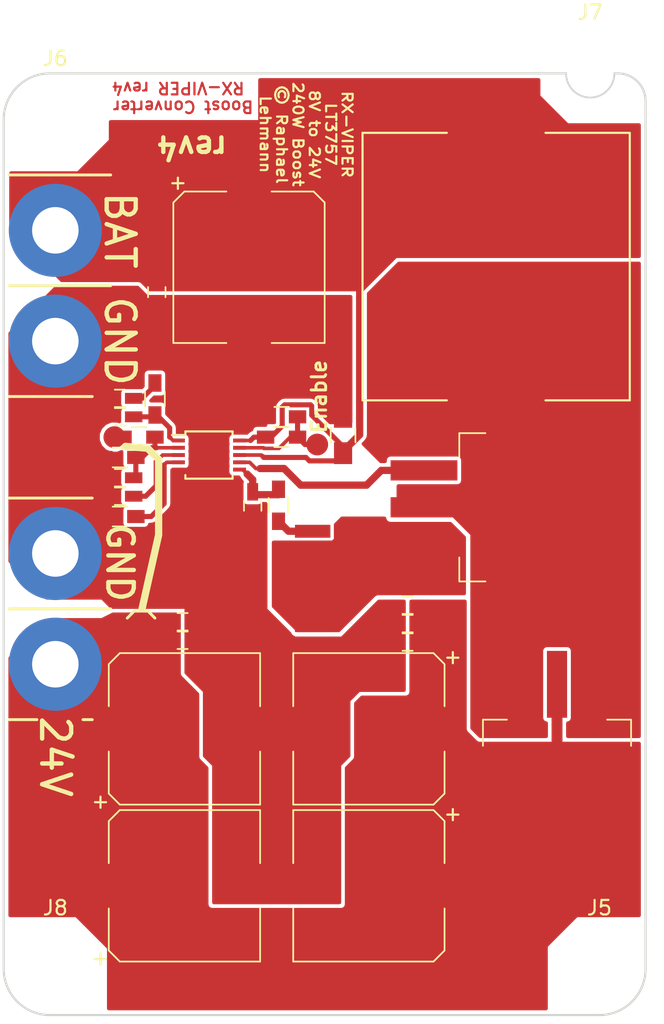
<source format=kicad_pcb>
(kicad_pcb (version 4) (host pcbnew 4.0.6)

  (general
    (links 69)
    (no_connects 1)
    (area 46.355 22.13 92.184 94.175)
    (thickness 1.6)
    (drawings 37)
    (tracks 120)
    (zones 0)
    (modules 40)
    (nets 15)
  )

  (page User 200 150.012)
  (title_block
    (title "24V Boost Converter")
    (date 2017-07-25)
    (rev rev4)
    (company VIPER)
  )

  (layers
    (0 F.Cu signal)
    (31 B.Cu signal)
    (32 B.Adhes user hide)
    (33 F.Adhes user hide)
    (34 B.Paste user hide)
    (35 F.Paste user)
    (36 B.SilkS user hide)
    (37 F.SilkS user)
    (38 B.Mask user hide)
    (39 F.Mask user)
    (40 Dwgs.User user)
    (41 Cmts.User user)
    (42 Eco1.User user)
    (43 Eco2.User user)
    (44 Edge.Cuts user)
    (45 Margin user)
    (46 B.CrtYd user)
    (47 F.CrtYd user)
    (48 B.Fab user hide)
    (49 F.Fab user hide)
  )

  (setup
    (last_trace_width 0.25)
    (user_trace_width 0.25)
    (user_trace_width 0.35)
    (user_trace_width 0.5)
    (user_trace_width 1)
    (user_trace_width 1.5)
    (user_trace_width 2)
    (trace_clearance 0.2)
    (zone_clearance 0.25)
    (zone_45_only no)
    (trace_min 0.2)
    (segment_width 0.2)
    (edge_width 0.15)
    (via_size 0.6)
    (via_drill 0.4)
    (via_min_size 0.4)
    (via_min_drill 0.3)
    (user_via 0.5 0.3)
    (user_via 0.7 0.4)
    (user_via 1 0.7)
    (uvia_size 0.3)
    (uvia_drill 0.1)
    (uvias_allowed no)
    (uvia_min_size 0.2)
    (uvia_min_drill 0.1)
    (pcb_text_width 0.3)
    (pcb_text_size 1.5 1.5)
    (mod_edge_width 0.15)
    (mod_text_size 1 1)
    (mod_text_width 0.15)
    (pad_size 1.524 1.524)
    (pad_drill 0.762)
    (pad_to_mask_clearance 0.05)
    (solder_mask_min_width 0.12)
    (aux_axis_origin 0 0)
    (visible_elements FFFFFFFF)
    (pcbplotparams
      (layerselection 0x01080_00000001)
      (usegerberextensions true)
      (excludeedgelayer true)
      (linewidth 0.100000)
      (plotframeref false)
      (viasonmask true)
      (mode 1)
      (useauxorigin false)
      (hpglpennumber 1)
      (hpglpenspeed 20)
      (hpglpendiameter 15)
      (hpglpenoverlay 2)
      (psnegative false)
      (psa4output false)
      (plotreference true)
      (plotvalue true)
      (plotinvisibletext false)
      (padsonsilk false)
      (subtractmaskfromsilk false)
      (outputformat 1)
      (mirror false)
      (drillshape 0)
      (scaleselection 1)
      (outputdirectory gerber/))
  )

  (net 0 "")
  (net 1 /LT3757/Bat_IN)
  (net 2 GND)
  (net 3 /LT3757/24V_OUT)
  (net 4 /LT3757/SS)
  (net 5 /LT3757/V_SENSE)
  (net 6 /LT3757/V_c)
  (net 7 "Net-(C10-Pad1)")
  (net 8 /LT3757/L_D_FET)
  (net 9 /LT3757/Enable)
  (net 10 /LT3757/GATE)
  (net 11 "Net-(Q1-Pad3)")
  (net 12 /LT3757/FBX)
  (net 13 /LT3757/RT)
  (net 14 "Net-(R3-Pad1)")

  (net_class Default "This is the default net class."
    (clearance 0.2)
    (trace_width 0.25)
    (via_dia 0.6)
    (via_drill 0.4)
    (uvia_dia 0.3)
    (uvia_drill 0.1)
    (add_net /LT3757/24V_OUT)
    (add_net /LT3757/Bat_IN)
    (add_net /LT3757/Enable)
    (add_net /LT3757/FBX)
    (add_net /LT3757/GATE)
    (add_net /LT3757/L_D_FET)
    (add_net /LT3757/RT)
    (add_net /LT3757/SS)
    (add_net /LT3757/V_SENSE)
    (add_net /LT3757/V_c)
    (add_net GND)
    (add_net "Net-(C10-Pad1)")
    (add_net "Net-(Q1-Pad3)")
    (add_net "Net-(R3-Pad1)")
  )

  (module GH_Inductors:Inductor_Wurth_HCI-1890 (layer F.Cu) (tedit 59482B0D) (tstamp 58928FFD)
    (at 80.518 40.594 270)
    (descr "Inductor, Wurth Elektronik, Wurth_HCI-1890, 18.2mmx18.2mm")
    (tags "inductor wurth hci smd")
    (path /588F905D/588F9D48)
    (attr smd)
    (fp_text reference L1 (at 10.206 5.715 360) (layer F.SilkS) hide
      (effects (font (size 1 1) (thickness 0.15)))
    )
    (fp_text value 2.4µH (at 0 10.6 270) (layer F.Fab)
      (effects (font (size 1 1) (thickness 0.15)))
    )
    (fp_line (start -9.1 -9.1) (end -9.1 9.1) (layer F.Fab) (width 0.15))
    (fp_line (start -9.1 9.1) (end 9.1 9.1) (layer F.Fab) (width 0.15))
    (fp_line (start 9.1 9.1) (end 9.1 -9.1) (layer F.Fab) (width 0.15))
    (fp_line (start 9.1 -9.1) (end -9.1 -9.1) (layer F.Fab) (width 0.15))
    (fp_line (start -9.95 -9.4) (end -9.95 9.4) (layer F.CrtYd) (width 0.05))
    (fp_line (start -9.95 9.4) (end 9.95 9.4) (layer F.CrtYd) (width 0.05))
    (fp_line (start 9.95 9.4) (end 9.95 -9.4) (layer F.CrtYd) (width 0.05))
    (fp_line (start 9.95 -9.4) (end -9.95 -9.4) (layer F.CrtYd) (width 0.05))
    (fp_line (start -9.2 3.4) (end -9.2 9.2) (layer F.SilkS) (width 0.15))
    (fp_line (start -9.2 9.2) (end 9.2 9.2) (layer F.SilkS) (width 0.15))
    (fp_line (start 9.2 9.2) (end 9.2 3.4) (layer F.SilkS) (width 0.15))
    (fp_line (start -9.2 -3.4) (end -9.2 -9.2) (layer F.SilkS) (width 0.15))
    (fp_line (start -9.2 -9.2) (end 9.2 -9.2) (layer F.SilkS) (width 0.15))
    (fp_line (start 9.2 -9.2) (end 9.2 -3.4) (layer F.SilkS) (width 0.15))
    (pad 1 smd rect (at -6.65 0 270) (size 6 6) (layers F.Cu F.Paste F.Mask)
      (net 1 /LT3757/Bat_IN))
    (pad 2 smd rect (at 6.65 0 270) (size 6 6) (layers F.Cu F.Paste F.Mask)
      (net 8 /LT3757/L_D_FET))
    (model Inductors.3dshapes/Inductor_Wurth_HCI-1890.wrl
      (at (xyz 0 0 0))
      (scale (xyz 1 1 1))
      (rotate (xyz 0 0 0))
    )
  )

  (module Capacitors_SMD:CP_Elec_10x10.5 (layer F.Cu) (tedit 59482AEE) (tstamp 5947DAFA)
    (at 59.055 83.185)
    (descr "SMT capacitor, aluminium electrolytic, 10x10.5")
    (path /588F905D/588FA17F)
    (attr smd)
    (fp_text reference C2 (at 0 6.46) (layer F.SilkS) hide
      (effects (font (size 1 1) (thickness 0.15)))
    )
    (fp_text value 120µ (at 0 -6.46) (layer F.Fab)
      (effects (font (size 1 1) (thickness 0.15)))
    )
    (fp_circle (center 0 0) (end 0 5) (layer F.Fab) (width 0.1))
    (fp_text user + (at -2.91 -0.08) (layer F.Fab)
      (effects (font (size 1 1) (thickness 0.15)))
    )
    (fp_text user + (at -5.78 4.97) (layer F.SilkS)
      (effects (font (size 1 1) (thickness 0.15)))
    )
    (fp_text user %R (at 0 6.46) (layer F.Fab)
      (effects (font (size 1 1) (thickness 0.15)))
    )
    (fp_line (start -5.21 -4.45) (end -5.21 -1.56) (layer F.SilkS) (width 0.12))
    (fp_line (start -5.21 4.45) (end -5.21 1.56) (layer F.SilkS) (width 0.12))
    (fp_line (start 5.21 5.21) (end 5.21 1.56) (layer F.SilkS) (width 0.12))
    (fp_line (start 5.21 -5.21) (end 5.21 -1.56) (layer F.SilkS) (width 0.12))
    (fp_line (start 5.05 5.05) (end 5.05 -5.05) (layer F.Fab) (width 0.1))
    (fp_line (start -4.38 5.05) (end 5.05 5.05) (layer F.Fab) (width 0.1))
    (fp_line (start -5.05 4.38) (end -4.38 5.05) (layer F.Fab) (width 0.1))
    (fp_line (start -5.05 -4.38) (end -5.05 4.38) (layer F.Fab) (width 0.1))
    (fp_line (start -4.38 -5.05) (end -5.05 -4.38) (layer F.Fab) (width 0.1))
    (fp_line (start 5.05 -5.05) (end -4.38 -5.05) (layer F.Fab) (width 0.1))
    (fp_line (start 5.21 5.21) (end -4.45 5.21) (layer F.SilkS) (width 0.12))
    (fp_line (start -4.45 5.21) (end -5.21 4.45) (layer F.SilkS) (width 0.12))
    (fp_line (start -5.21 -4.45) (end -4.45 -5.21) (layer F.SilkS) (width 0.12))
    (fp_line (start -4.45 -5.21) (end 5.21 -5.21) (layer F.SilkS) (width 0.12))
    (fp_line (start -6.25 -5.31) (end 6.25 -5.31) (layer F.CrtYd) (width 0.05))
    (fp_line (start -6.25 -5.31) (end -6.25 5.3) (layer F.CrtYd) (width 0.05))
    (fp_line (start 6.25 5.3) (end 6.25 -5.31) (layer F.CrtYd) (width 0.05))
    (fp_line (start 6.25 5.3) (end -6.25 5.3) (layer F.CrtYd) (width 0.05))
    (pad 1 smd rect (at -4 0 180) (size 4 2.5) (layers F.Cu F.Paste F.Mask)
      (net 3 /LT3757/24V_OUT))
    (pad 2 smd rect (at 4 0 180) (size 4 2.5) (layers F.Cu F.Paste F.Mask)
      (net 2 GND))
    (model Capacitors_SMD.3dshapes/CP_Elec_10x10.5.wrl
      (at (xyz 0 0 0))
      (scale (xyz 1 1 1))
      (rotate (xyz 0 0 180))
    )
  )

  (module resistor-power-shunt:WSLP2726 (layer F.Cu) (tedit 59482B33) (tstamp 58929068)
    (at 65.405 62.932 90)
    (descr http://www.vishay.com/docs/30179/wslp2726.pdf)
    (tags "WSLP, WSLP2726, 2726")
    (path /588F905D/588F9F5B)
    (fp_text reference R6 (at 1.016 -0.06 90) (layer F.SilkS) hide
      (effects (font (size 0.6 0.6) (thickness 0.1)))
    )
    (fp_text value 2m (at 1 -4.2 90) (layer F.Fab)
      (effects (font (size 0.6 0.6) (thickness 0.1)))
    )
    (pad 1 smd rect (at 0 -2.48 90) (size 5.6 2.44) (layers F.Cu F.Paste F.Mask)
      (net 2 GND))
    (pad 2 smd rect (at 0 2.48 90) (size 5.6 2.44) (layers F.Cu F.Paste F.Mask)
      (net 11 "Net-(Q1-Pad3)"))
    (pad 1 smd rect (at 4.135 -2.48 90) (size 0.89 2.44) (layers F.Cu F.Paste F.Mask)
      (net 2 GND))
    (pad 2 smd rect (at 4.135 2.48 90) (size 0.89 2.44) (layers F.Cu F.Paste F.Mask)
      (net 11 "Net-(Q1-Pad3)"))
  )

  (module Capacitors_SMD:CP_Elec_10x10.5 (layer F.Cu) (tedit 59482A78) (tstamp 5947DAF5)
    (at 63.5 40.64 270)
    (descr "SMT capacitor, aluminium electrolytic, 10x10.5")
    (path /588F905D/58924C20)
    (attr smd)
    (fp_text reference C1 (at 0 0 270) (layer F.SilkS) hide
      (effects (font (size 1 1) (thickness 0.15)))
    )
    (fp_text value 120µ (at 0 -6.46 270) (layer F.Fab)
      (effects (font (size 1 1) (thickness 0.15)))
    )
    (fp_circle (center 0 0) (end 0 5) (layer F.Fab) (width 0.1))
    (fp_text user + (at -2.91 -0.08 270) (layer F.Fab)
      (effects (font (size 1 1) (thickness 0.15)))
    )
    (fp_text user + (at -5.78 4.97 270) (layer F.SilkS)
      (effects (font (size 1 1) (thickness 0.15)))
    )
    (fp_text user %R (at 0 6.46 270) (layer F.Fab)
      (effects (font (size 1 1) (thickness 0.15)))
    )
    (fp_line (start -5.21 -4.45) (end -5.21 -1.56) (layer F.SilkS) (width 0.12))
    (fp_line (start -5.21 4.45) (end -5.21 1.56) (layer F.SilkS) (width 0.12))
    (fp_line (start 5.21 5.21) (end 5.21 1.56) (layer F.SilkS) (width 0.12))
    (fp_line (start 5.21 -5.21) (end 5.21 -1.56) (layer F.SilkS) (width 0.12))
    (fp_line (start 5.05 5.05) (end 5.05 -5.05) (layer F.Fab) (width 0.1))
    (fp_line (start -4.38 5.05) (end 5.05 5.05) (layer F.Fab) (width 0.1))
    (fp_line (start -5.05 4.38) (end -4.38 5.05) (layer F.Fab) (width 0.1))
    (fp_line (start -5.05 -4.38) (end -5.05 4.38) (layer F.Fab) (width 0.1))
    (fp_line (start -4.38 -5.05) (end -5.05 -4.38) (layer F.Fab) (width 0.1))
    (fp_line (start 5.05 -5.05) (end -4.38 -5.05) (layer F.Fab) (width 0.1))
    (fp_line (start 5.21 5.21) (end -4.45 5.21) (layer F.SilkS) (width 0.12))
    (fp_line (start -4.45 5.21) (end -5.21 4.45) (layer F.SilkS) (width 0.12))
    (fp_line (start -5.21 -4.45) (end -4.45 -5.21) (layer F.SilkS) (width 0.12))
    (fp_line (start -4.45 -5.21) (end 5.21 -5.21) (layer F.SilkS) (width 0.12))
    (fp_line (start -6.25 -5.31) (end 6.25 -5.31) (layer F.CrtYd) (width 0.05))
    (fp_line (start -6.25 -5.31) (end -6.25 5.3) (layer F.CrtYd) (width 0.05))
    (fp_line (start 6.25 5.3) (end 6.25 -5.31) (layer F.CrtYd) (width 0.05))
    (fp_line (start 6.25 5.3) (end -6.25 5.3) (layer F.CrtYd) (width 0.05))
    (pad 1 smd rect (at -4 0 90) (size 4 2.5) (layers F.Cu F.Paste F.Mask)
      (net 1 /LT3757/Bat_IN))
    (pad 2 smd rect (at 4 0 90) (size 4 2.5) (layers F.Cu F.Paste F.Mask)
      (net 2 GND))
    (model Capacitors_SMD.3dshapes/CP_Elec_10x10.5.wrl
      (at (xyz 0 0 0))
      (scale (xyz 1 1 1))
      (rotate (xyz 0 0 180))
    )
  )

  (module Capacitors_SMD:CP_Elec_10x10.5 (layer F.Cu) (tedit 59482AF4) (tstamp 5947DAFF)
    (at 71.755 83.185 180)
    (descr "SMT capacitor, aluminium electrolytic, 10x10.5")
    (path /588F905D/588FA2C0)
    (attr smd)
    (fp_text reference C3 (at 0 6.46 180) (layer F.SilkS) hide
      (effects (font (size 1 1) (thickness 0.15)))
    )
    (fp_text value 120µ (at 0 -6.46 180) (layer F.Fab)
      (effects (font (size 1 1) (thickness 0.15)))
    )
    (fp_circle (center 0 0) (end 0 5) (layer F.Fab) (width 0.1))
    (fp_text user + (at -2.91 -0.08 180) (layer F.Fab)
      (effects (font (size 1 1) (thickness 0.15)))
    )
    (fp_text user + (at -5.78 4.97 180) (layer F.SilkS)
      (effects (font (size 1 1) (thickness 0.15)))
    )
    (fp_text user %R (at 0 6.46 180) (layer F.Fab)
      (effects (font (size 1 1) (thickness 0.15)))
    )
    (fp_line (start -5.21 -4.45) (end -5.21 -1.56) (layer F.SilkS) (width 0.12))
    (fp_line (start -5.21 4.45) (end -5.21 1.56) (layer F.SilkS) (width 0.12))
    (fp_line (start 5.21 5.21) (end 5.21 1.56) (layer F.SilkS) (width 0.12))
    (fp_line (start 5.21 -5.21) (end 5.21 -1.56) (layer F.SilkS) (width 0.12))
    (fp_line (start 5.05 5.05) (end 5.05 -5.05) (layer F.Fab) (width 0.1))
    (fp_line (start -4.38 5.05) (end 5.05 5.05) (layer F.Fab) (width 0.1))
    (fp_line (start -5.05 4.38) (end -4.38 5.05) (layer F.Fab) (width 0.1))
    (fp_line (start -5.05 -4.38) (end -5.05 4.38) (layer F.Fab) (width 0.1))
    (fp_line (start -4.38 -5.05) (end -5.05 -4.38) (layer F.Fab) (width 0.1))
    (fp_line (start 5.05 -5.05) (end -4.38 -5.05) (layer F.Fab) (width 0.1))
    (fp_line (start 5.21 5.21) (end -4.45 5.21) (layer F.SilkS) (width 0.12))
    (fp_line (start -4.45 5.21) (end -5.21 4.45) (layer F.SilkS) (width 0.12))
    (fp_line (start -5.21 -4.45) (end -4.45 -5.21) (layer F.SilkS) (width 0.12))
    (fp_line (start -4.45 -5.21) (end 5.21 -5.21) (layer F.SilkS) (width 0.12))
    (fp_line (start -6.25 -5.31) (end 6.25 -5.31) (layer F.CrtYd) (width 0.05))
    (fp_line (start -6.25 -5.31) (end -6.25 5.3) (layer F.CrtYd) (width 0.05))
    (fp_line (start 6.25 5.3) (end 6.25 -5.31) (layer F.CrtYd) (width 0.05))
    (fp_line (start 6.25 5.3) (end -6.25 5.3) (layer F.CrtYd) (width 0.05))
    (pad 1 smd rect (at -4 0) (size 4 2.5) (layers F.Cu F.Paste F.Mask)
      (net 3 /LT3757/24V_OUT))
    (pad 2 smd rect (at 4 0) (size 4 2.5) (layers F.Cu F.Paste F.Mask)
      (net 2 GND))
    (model Capacitors_SMD.3dshapes/CP_Elec_10x10.5.wrl
      (at (xyz 0 0 0))
      (scale (xyz 1 1 1))
      (rotate (xyz 0 0 180))
    )
  )

  (module Capacitors_SMD:CP_Elec_10x10.5 (layer F.Cu) (tedit 59482AF1) (tstamp 5947DB04)
    (at 59.055 72.39)
    (descr "SMT capacitor, aluminium electrolytic, 10x10.5")
    (path /588F905D/588FA2F5)
    (attr smd)
    (fp_text reference C4 (at 0 6.46) (layer F.SilkS) hide
      (effects (font (size 1 1) (thickness 0.15)))
    )
    (fp_text value 120µ (at 0 -6.46) (layer F.Fab)
      (effects (font (size 1 1) (thickness 0.15)))
    )
    (fp_circle (center 0 0) (end 0 5) (layer F.Fab) (width 0.1))
    (fp_text user + (at -2.91 -0.08) (layer F.Fab)
      (effects (font (size 1 1) (thickness 0.15)))
    )
    (fp_text user + (at -5.78 4.97) (layer F.SilkS)
      (effects (font (size 1 1) (thickness 0.15)))
    )
    (fp_text user %R (at 0 6.46) (layer F.Fab)
      (effects (font (size 1 1) (thickness 0.15)))
    )
    (fp_line (start -5.21 -4.45) (end -5.21 -1.56) (layer F.SilkS) (width 0.12))
    (fp_line (start -5.21 4.45) (end -5.21 1.56) (layer F.SilkS) (width 0.12))
    (fp_line (start 5.21 5.21) (end 5.21 1.56) (layer F.SilkS) (width 0.12))
    (fp_line (start 5.21 -5.21) (end 5.21 -1.56) (layer F.SilkS) (width 0.12))
    (fp_line (start 5.05 5.05) (end 5.05 -5.05) (layer F.Fab) (width 0.1))
    (fp_line (start -4.38 5.05) (end 5.05 5.05) (layer F.Fab) (width 0.1))
    (fp_line (start -5.05 4.38) (end -4.38 5.05) (layer F.Fab) (width 0.1))
    (fp_line (start -5.05 -4.38) (end -5.05 4.38) (layer F.Fab) (width 0.1))
    (fp_line (start -4.38 -5.05) (end -5.05 -4.38) (layer F.Fab) (width 0.1))
    (fp_line (start 5.05 -5.05) (end -4.38 -5.05) (layer F.Fab) (width 0.1))
    (fp_line (start 5.21 5.21) (end -4.45 5.21) (layer F.SilkS) (width 0.12))
    (fp_line (start -4.45 5.21) (end -5.21 4.45) (layer F.SilkS) (width 0.12))
    (fp_line (start -5.21 -4.45) (end -4.45 -5.21) (layer F.SilkS) (width 0.12))
    (fp_line (start -4.45 -5.21) (end 5.21 -5.21) (layer F.SilkS) (width 0.12))
    (fp_line (start -6.25 -5.31) (end 6.25 -5.31) (layer F.CrtYd) (width 0.05))
    (fp_line (start -6.25 -5.31) (end -6.25 5.3) (layer F.CrtYd) (width 0.05))
    (fp_line (start 6.25 5.3) (end 6.25 -5.31) (layer F.CrtYd) (width 0.05))
    (fp_line (start 6.25 5.3) (end -6.25 5.3) (layer F.CrtYd) (width 0.05))
    (pad 1 smd rect (at -4 0 180) (size 4 2.5) (layers F.Cu F.Paste F.Mask)
      (net 3 /LT3757/24V_OUT))
    (pad 2 smd rect (at 4 0 180) (size 4 2.5) (layers F.Cu F.Paste F.Mask)
      (net 2 GND))
    (model Capacitors_SMD.3dshapes/CP_Elec_10x10.5.wrl
      (at (xyz 0 0 0))
      (scale (xyz 1 1 1))
      (rotate (xyz 0 0 180))
    )
  )

  (module Capacitors_SMD:CP_Elec_10x10.5 (layer F.Cu) (tedit 59482AF8) (tstamp 5947DB09)
    (at 71.755 72.39 180)
    (descr "SMT capacitor, aluminium electrolytic, 10x10.5")
    (path /588F905D/58924E09)
    (attr smd)
    (fp_text reference C5 (at 0 6.46 180) (layer F.SilkS) hide
      (effects (font (size 1 1) (thickness 0.15)))
    )
    (fp_text value 120µ (at 0 -6.46 180) (layer F.Fab)
      (effects (font (size 1 1) (thickness 0.15)))
    )
    (fp_circle (center 0 0) (end 0 5) (layer F.Fab) (width 0.1))
    (fp_text user + (at -2.91 -0.08 180) (layer F.Fab)
      (effects (font (size 1 1) (thickness 0.15)))
    )
    (fp_text user + (at -5.78 4.97 180) (layer F.SilkS)
      (effects (font (size 1 1) (thickness 0.15)))
    )
    (fp_text user %R (at 0 6.46 180) (layer F.Fab)
      (effects (font (size 1 1) (thickness 0.15)))
    )
    (fp_line (start -5.21 -4.45) (end -5.21 -1.56) (layer F.SilkS) (width 0.12))
    (fp_line (start -5.21 4.45) (end -5.21 1.56) (layer F.SilkS) (width 0.12))
    (fp_line (start 5.21 5.21) (end 5.21 1.56) (layer F.SilkS) (width 0.12))
    (fp_line (start 5.21 -5.21) (end 5.21 -1.56) (layer F.SilkS) (width 0.12))
    (fp_line (start 5.05 5.05) (end 5.05 -5.05) (layer F.Fab) (width 0.1))
    (fp_line (start -4.38 5.05) (end 5.05 5.05) (layer F.Fab) (width 0.1))
    (fp_line (start -5.05 4.38) (end -4.38 5.05) (layer F.Fab) (width 0.1))
    (fp_line (start -5.05 -4.38) (end -5.05 4.38) (layer F.Fab) (width 0.1))
    (fp_line (start -4.38 -5.05) (end -5.05 -4.38) (layer F.Fab) (width 0.1))
    (fp_line (start 5.05 -5.05) (end -4.38 -5.05) (layer F.Fab) (width 0.1))
    (fp_line (start 5.21 5.21) (end -4.45 5.21) (layer F.SilkS) (width 0.12))
    (fp_line (start -4.45 5.21) (end -5.21 4.45) (layer F.SilkS) (width 0.12))
    (fp_line (start -5.21 -4.45) (end -4.45 -5.21) (layer F.SilkS) (width 0.12))
    (fp_line (start -4.45 -5.21) (end 5.21 -5.21) (layer F.SilkS) (width 0.12))
    (fp_line (start -6.25 -5.31) (end 6.25 -5.31) (layer F.CrtYd) (width 0.05))
    (fp_line (start -6.25 -5.31) (end -6.25 5.3) (layer F.CrtYd) (width 0.05))
    (fp_line (start 6.25 5.3) (end 6.25 -5.31) (layer F.CrtYd) (width 0.05))
    (fp_line (start 6.25 5.3) (end -6.25 5.3) (layer F.CrtYd) (width 0.05))
    (pad 1 smd rect (at -4 0) (size 4 2.5) (layers F.Cu F.Paste F.Mask)
      (net 3 /LT3757/24V_OUT))
    (pad 2 smd rect (at 4 0) (size 4 2.5) (layers F.Cu F.Paste F.Mask)
      (net 2 GND))
    (model Capacitors_SMD.3dshapes/CP_Elec_10x10.5.wrl
      (at (xyz 0 0 0))
      (scale (xyz 1 1 1))
      (rotate (xyz 0 0 180))
    )
  )

  (module Capacitors_SMD:C_0603_HandSoldering (layer F.Cu) (tedit 59482A96) (tstamp 5947DB0E)
    (at 54.61 56.388 180)
    (descr "Capacitor SMD 0603, hand soldering")
    (tags "capacitor 0603")
    (path /588F905D/588FA6E1)
    (attr smd)
    (fp_text reference C6 (at 0 -1.25 180) (layer F.SilkS) hide
      (effects (font (size 1 1) (thickness 0.15)))
    )
    (fp_text value 100n (at 0 1.5 180) (layer F.Fab)
      (effects (font (size 1 1) (thickness 0.15)))
    )
    (fp_text user %R (at 0 -1.25 180) (layer F.Fab)
      (effects (font (size 1 1) (thickness 0.15)))
    )
    (fp_line (start -0.8 0.4) (end -0.8 -0.4) (layer F.Fab) (width 0.1))
    (fp_line (start 0.8 0.4) (end -0.8 0.4) (layer F.Fab) (width 0.1))
    (fp_line (start 0.8 -0.4) (end 0.8 0.4) (layer F.Fab) (width 0.1))
    (fp_line (start -0.8 -0.4) (end 0.8 -0.4) (layer F.Fab) (width 0.1))
    (fp_line (start -0.35 -0.6) (end 0.35 -0.6) (layer F.SilkS) (width 0.12))
    (fp_line (start 0.35 0.6) (end -0.35 0.6) (layer F.SilkS) (width 0.12))
    (fp_line (start -1.8 -0.65) (end 1.8 -0.65) (layer F.CrtYd) (width 0.05))
    (fp_line (start -1.8 -0.65) (end -1.8 0.65) (layer F.CrtYd) (width 0.05))
    (fp_line (start 1.8 0.65) (end 1.8 -0.65) (layer F.CrtYd) (width 0.05))
    (fp_line (start 1.8 0.65) (end -1.8 0.65) (layer F.CrtYd) (width 0.05))
    (pad 1 smd rect (at -0.95 0 180) (size 1.2 0.75) (layers F.Cu F.Paste F.Mask)
      (net 4 /LT3757/SS))
    (pad 2 smd rect (at 0.95 0 180) (size 1.2 0.75) (layers F.Cu F.Paste F.Mask)
      (net 2 GND))
    (model Capacitors_SMD.3dshapes/C_0603.wrl
      (at (xyz 0 0 0))
      (scale (xyz 1 1 1))
      (rotate (xyz 0 0 0))
    )
  )

  (module Capacitors_SMD:C_0603_HandSoldering (layer F.Cu) (tedit 59482B1C) (tstamp 5947DB13)
    (at 63.754 57.035 270)
    (descr "Capacitor SMD 0603, hand soldering")
    (tags "capacitor 0603")
    (path /588F905D/588FE99D)
    (attr smd)
    (fp_text reference C7 (at 0 -1.25 270) (layer F.SilkS) hide
      (effects (font (size 1 1) (thickness 0.15)))
    )
    (fp_text value "(2n2)" (at 0 1.5 270) (layer F.Fab)
      (effects (font (size 1 1) (thickness 0.15)))
    )
    (fp_text user %R (at 0 -1.25 270) (layer F.Fab)
      (effects (font (size 1 1) (thickness 0.15)))
    )
    (fp_line (start -0.8 0.4) (end -0.8 -0.4) (layer F.Fab) (width 0.1))
    (fp_line (start 0.8 0.4) (end -0.8 0.4) (layer F.Fab) (width 0.1))
    (fp_line (start 0.8 -0.4) (end 0.8 0.4) (layer F.Fab) (width 0.1))
    (fp_line (start -0.8 -0.4) (end 0.8 -0.4) (layer F.Fab) (width 0.1))
    (fp_line (start -0.35 -0.6) (end 0.35 -0.6) (layer F.SilkS) (width 0.12))
    (fp_line (start 0.35 0.6) (end -0.35 0.6) (layer F.SilkS) (width 0.12))
    (fp_line (start -1.8 -0.65) (end 1.8 -0.65) (layer F.CrtYd) (width 0.05))
    (fp_line (start -1.8 -0.65) (end -1.8 0.65) (layer F.CrtYd) (width 0.05))
    (fp_line (start 1.8 0.65) (end 1.8 -0.65) (layer F.CrtYd) (width 0.05))
    (fp_line (start 1.8 0.65) (end -1.8 0.65) (layer F.CrtYd) (width 0.05))
    (pad 1 smd rect (at -0.95 0 270) (size 1.2 0.75) (layers F.Cu F.Paste F.Mask)
      (net 5 /LT3757/V_SENSE))
    (pad 2 smd rect (at 0.95 0 270) (size 1.2 0.75) (layers F.Cu F.Paste F.Mask)
      (net 2 GND))
    (model Capacitors_SMD.3dshapes/C_0603.wrl
      (at (xyz 0 0 0))
      (scale (xyz 1 1 1))
      (rotate (xyz 0 0 0))
    )
  )

  (module Capacitors_SMD:C_0603_HandSoldering (layer F.Cu) (tedit 59482AA7) (tstamp 5947DB18)
    (at 54.61 50.927 180)
    (descr "Capacitor SMD 0603, hand soldering")
    (tags "capacitor 0603")
    (path /588F905D/588FE63C)
    (attr smd)
    (fp_text reference C8 (at 0 -1.25 180) (layer F.SilkS) hide
      (effects (font (size 1 1) (thickness 0.15)))
    )
    (fp_text value 100p (at 0 1.5 180) (layer F.Fab)
      (effects (font (size 1 1) (thickness 0.15)))
    )
    (fp_text user %R (at 0 -1.25 180) (layer F.Fab)
      (effects (font (size 1 1) (thickness 0.15)))
    )
    (fp_line (start -0.8 0.4) (end -0.8 -0.4) (layer F.Fab) (width 0.1))
    (fp_line (start 0.8 0.4) (end -0.8 0.4) (layer F.Fab) (width 0.1))
    (fp_line (start 0.8 -0.4) (end 0.8 0.4) (layer F.Fab) (width 0.1))
    (fp_line (start -0.8 -0.4) (end 0.8 -0.4) (layer F.Fab) (width 0.1))
    (fp_line (start -0.35 -0.6) (end 0.35 -0.6) (layer F.SilkS) (width 0.12))
    (fp_line (start 0.35 0.6) (end -0.35 0.6) (layer F.SilkS) (width 0.12))
    (fp_line (start -1.8 -0.65) (end 1.8 -0.65) (layer F.CrtYd) (width 0.05))
    (fp_line (start -1.8 -0.65) (end -1.8 0.65) (layer F.CrtYd) (width 0.05))
    (fp_line (start 1.8 0.65) (end 1.8 -0.65) (layer F.CrtYd) (width 0.05))
    (fp_line (start 1.8 0.65) (end -1.8 0.65) (layer F.CrtYd) (width 0.05))
    (pad 1 smd rect (at -0.95 0 180) (size 1.2 0.75) (layers F.Cu F.Paste F.Mask)
      (net 6 /LT3757/V_c))
    (pad 2 smd rect (at 0.95 0 180) (size 1.2 0.75) (layers F.Cu F.Paste F.Mask)
      (net 2 GND))
    (model Capacitors_SMD.3dshapes/C_0603.wrl
      (at (xyz 0 0 0))
      (scale (xyz 1 1 1))
      (rotate (xyz 0 0 0))
    )
  )

  (module Capacitors_SMD:C_0805_HandSoldering (layer F.Cu) (tedit 59482B18) (tstamp 5947DB1D)
    (at 69.977 52.177 90)
    (descr "Capacitor SMD 0805, hand soldering")
    (tags "capacitor 0805")
    (path /588F905D/588FB818)
    (attr smd)
    (fp_text reference C9 (at 0 -1.75 90) (layer F.SilkS) hide
      (effects (font (size 1 1) (thickness 0.15)))
    )
    (fp_text value 4µ7 (at 0 1.75 90) (layer F.Fab)
      (effects (font (size 1 1) (thickness 0.15)))
    )
    (fp_text user %R (at 0 -1.75 90) (layer F.Fab)
      (effects (font (size 1 1) (thickness 0.15)))
    )
    (fp_line (start -1 0.62) (end -1 -0.62) (layer F.Fab) (width 0.1))
    (fp_line (start 1 0.62) (end -1 0.62) (layer F.Fab) (width 0.1))
    (fp_line (start 1 -0.62) (end 1 0.62) (layer F.Fab) (width 0.1))
    (fp_line (start -1 -0.62) (end 1 -0.62) (layer F.Fab) (width 0.1))
    (fp_line (start 0.5 -0.85) (end -0.5 -0.85) (layer F.SilkS) (width 0.12))
    (fp_line (start -0.5 0.85) (end 0.5 0.85) (layer F.SilkS) (width 0.12))
    (fp_line (start -2.25 -0.88) (end 2.25 -0.88) (layer F.CrtYd) (width 0.05))
    (fp_line (start -2.25 -0.88) (end -2.25 0.87) (layer F.CrtYd) (width 0.05))
    (fp_line (start 2.25 0.87) (end 2.25 -0.88) (layer F.CrtYd) (width 0.05))
    (fp_line (start 2.25 0.87) (end -2.25 0.87) (layer F.CrtYd) (width 0.05))
    (pad 1 smd rect (at -1.25 0 90) (size 1.5 1.25) (layers F.Cu F.Paste F.Mask)
      (net 1 /LT3757/Bat_IN))
    (pad 2 smd rect (at 1.25 0 90) (size 1.5 1.25) (layers F.Cu F.Paste F.Mask)
      (net 2 GND))
    (model Capacitors_SMD.3dshapes/C_0805.wrl
      (at (xyz 0 0 0))
      (scale (xyz 1 1 1))
      (rotate (xyz 0 0 0))
    )
  )

  (module Capacitors_SMD:C_0603_HandSoldering (layer F.Cu) (tedit 59482AB0) (tstamp 5947DB22)
    (at 54.61 49.657 180)
    (descr "Capacitor SMD 0603, hand soldering")
    (tags "capacitor 0603")
    (path /588F905D/588FB4B3)
    (attr smd)
    (fp_text reference C10 (at 0 -1.25 180) (layer F.SilkS) hide
      (effects (font (size 1 1) (thickness 0.15)))
    )
    (fp_text value 6n8 (at 0 1.5 180) (layer F.Fab)
      (effects (font (size 1 1) (thickness 0.15)))
    )
    (fp_text user %R (at 0 -1.25 180) (layer F.Fab)
      (effects (font (size 1 1) (thickness 0.15)))
    )
    (fp_line (start -0.8 0.4) (end -0.8 -0.4) (layer F.Fab) (width 0.1))
    (fp_line (start 0.8 0.4) (end -0.8 0.4) (layer F.Fab) (width 0.1))
    (fp_line (start 0.8 -0.4) (end 0.8 0.4) (layer F.Fab) (width 0.1))
    (fp_line (start -0.8 -0.4) (end 0.8 -0.4) (layer F.Fab) (width 0.1))
    (fp_line (start -0.35 -0.6) (end 0.35 -0.6) (layer F.SilkS) (width 0.12))
    (fp_line (start 0.35 0.6) (end -0.35 0.6) (layer F.SilkS) (width 0.12))
    (fp_line (start -1.8 -0.65) (end 1.8 -0.65) (layer F.CrtYd) (width 0.05))
    (fp_line (start -1.8 -0.65) (end -1.8 0.65) (layer F.CrtYd) (width 0.05))
    (fp_line (start 1.8 0.65) (end 1.8 -0.65) (layer F.CrtYd) (width 0.05))
    (fp_line (start 1.8 0.65) (end -1.8 0.65) (layer F.CrtYd) (width 0.05))
    (pad 1 smd rect (at -0.95 0 180) (size 1.2 0.75) (layers F.Cu F.Paste F.Mask)
      (net 7 "Net-(C10-Pad1)"))
    (pad 2 smd rect (at 0.95 0 180) (size 1.2 0.75) (layers F.Cu F.Paste F.Mask)
      (net 2 GND))
    (model Capacitors_SMD.3dshapes/C_0603.wrl
      (at (xyz 0 0 0))
      (scale (xyz 1 1 1))
      (rotate (xyz 0 0 0))
    )
  )

  (module Capacitors_SMD:C_0603_HandSoldering (layer F.Cu) (tedit 59482A98) (tstamp 5947DB2C)
    (at 54.61 55.118 180)
    (descr "Capacitor SMD 0603, hand soldering")
    (tags "capacitor 0603")
    (path /588F905D/59144BC0)
    (attr smd)
    (fp_text reference C11 (at 0 -1.25 180) (layer F.SilkS) hide
      (effects (font (size 1 1) (thickness 0.15)))
    )
    (fp_text value "(470p)" (at 0 1.5 180) (layer F.Fab)
      (effects (font (size 1 1) (thickness 0.15)))
    )
    (fp_text user %R (at 0 -1.25 180) (layer F.Fab)
      (effects (font (size 1 1) (thickness 0.15)))
    )
    (fp_line (start -0.8 0.4) (end -0.8 -0.4) (layer F.Fab) (width 0.1))
    (fp_line (start 0.8 0.4) (end -0.8 0.4) (layer F.Fab) (width 0.1))
    (fp_line (start 0.8 -0.4) (end 0.8 0.4) (layer F.Fab) (width 0.1))
    (fp_line (start -0.8 -0.4) (end 0.8 -0.4) (layer F.Fab) (width 0.1))
    (fp_line (start -0.35 -0.6) (end 0.35 -0.6) (layer F.SilkS) (width 0.12))
    (fp_line (start 0.35 0.6) (end -0.35 0.6) (layer F.SilkS) (width 0.12))
    (fp_line (start -1.8 -0.65) (end 1.8 -0.65) (layer F.CrtYd) (width 0.05))
    (fp_line (start -1.8 -0.65) (end -1.8 0.65) (layer F.CrtYd) (width 0.05))
    (fp_line (start 1.8 0.65) (end 1.8 -0.65) (layer F.CrtYd) (width 0.05))
    (fp_line (start 1.8 0.65) (end -1.8 0.65) (layer F.CrtYd) (width 0.05))
    (pad 1 smd rect (at -0.95 0 180) (size 1.2 0.75) (layers F.Cu F.Paste F.Mask)
      (net 12 /LT3757/FBX))
    (pad 2 smd rect (at 0.95 0 180) (size 1.2 0.75) (layers F.Cu F.Paste F.Mask)
      (net 2 GND))
    (model Capacitors_SMD.3dshapes/C_0603.wrl
      (at (xyz 0 0 0))
      (scale (xyz 1 1 1))
      (rotate (xyz 0 0 0))
    )
  )

  (module Capacitors_SMD:C_0603_HandSoldering (layer F.Cu) (tedit 59482A8B) (tstamp 5947DB32)
    (at 58.928 65.024)
    (descr "Capacitor SMD 0603, hand soldering")
    (tags "capacitor 0603")
    (path /588F905D/59144C5D)
    (attr smd)
    (fp_text reference C12 (at 0 -1.25) (layer F.SilkS) hide
      (effects (font (size 1 1) (thickness 0.15)))
    )
    (fp_text value 10µ (at 0 1.5) (layer F.Fab)
      (effects (font (size 1 1) (thickness 0.15)))
    )
    (fp_text user %R (at 0 -1.25) (layer F.Fab)
      (effects (font (size 1 1) (thickness 0.15)))
    )
    (fp_line (start -0.8 0.4) (end -0.8 -0.4) (layer F.Fab) (width 0.1))
    (fp_line (start 0.8 0.4) (end -0.8 0.4) (layer F.Fab) (width 0.1))
    (fp_line (start 0.8 -0.4) (end 0.8 0.4) (layer F.Fab) (width 0.1))
    (fp_line (start -0.8 -0.4) (end 0.8 -0.4) (layer F.Fab) (width 0.1))
    (fp_line (start -0.35 -0.6) (end 0.35 -0.6) (layer F.SilkS) (width 0.12))
    (fp_line (start 0.35 0.6) (end -0.35 0.6) (layer F.SilkS) (width 0.12))
    (fp_line (start -1.8 -0.65) (end 1.8 -0.65) (layer F.CrtYd) (width 0.05))
    (fp_line (start -1.8 -0.65) (end -1.8 0.65) (layer F.CrtYd) (width 0.05))
    (fp_line (start 1.8 0.65) (end 1.8 -0.65) (layer F.CrtYd) (width 0.05))
    (fp_line (start 1.8 0.65) (end -1.8 0.65) (layer F.CrtYd) (width 0.05))
    (pad 1 smd rect (at -0.95 0) (size 1.2 0.75) (layers F.Cu F.Paste F.Mask)
      (net 3 /LT3757/24V_OUT))
    (pad 2 smd rect (at 0.95 0) (size 1.2 0.75) (layers F.Cu F.Paste F.Mask)
      (net 2 GND))
    (model Capacitors_SMD.3dshapes/C_0603.wrl
      (at (xyz 0 0 0))
      (scale (xyz 1 1 1))
      (rotate (xyz 0 0 0))
    )
  )

  (module Capacitors_SMD:C_0603_HandSoldering (layer F.Cu) (tedit 59482AFF) (tstamp 5947DB38)
    (at 74.422 63.881 180)
    (descr "Capacitor SMD 0603, hand soldering")
    (tags "capacitor 0603")
    (path /588F905D/59144D66)
    (attr smd)
    (fp_text reference C13 (at 0 -1.25 180) (layer F.SilkS) hide
      (effects (font (size 1 1) (thickness 0.15)))
    )
    (fp_text value 1µ (at 0 1.5 180) (layer F.Fab)
      (effects (font (size 1 1) (thickness 0.15)))
    )
    (fp_text user %R (at 0 -1.25 180) (layer F.Fab)
      (effects (font (size 1 1) (thickness 0.15)))
    )
    (fp_line (start -0.8 0.4) (end -0.8 -0.4) (layer F.Fab) (width 0.1))
    (fp_line (start 0.8 0.4) (end -0.8 0.4) (layer F.Fab) (width 0.1))
    (fp_line (start 0.8 -0.4) (end 0.8 0.4) (layer F.Fab) (width 0.1))
    (fp_line (start -0.8 -0.4) (end 0.8 -0.4) (layer F.Fab) (width 0.1))
    (fp_line (start -0.35 -0.6) (end 0.35 -0.6) (layer F.SilkS) (width 0.12))
    (fp_line (start 0.35 0.6) (end -0.35 0.6) (layer F.SilkS) (width 0.12))
    (fp_line (start -1.8 -0.65) (end 1.8 -0.65) (layer F.CrtYd) (width 0.05))
    (fp_line (start -1.8 -0.65) (end -1.8 0.65) (layer F.CrtYd) (width 0.05))
    (fp_line (start 1.8 0.65) (end 1.8 -0.65) (layer F.CrtYd) (width 0.05))
    (fp_line (start 1.8 0.65) (end -1.8 0.65) (layer F.CrtYd) (width 0.05))
    (pad 1 smd rect (at -0.95 0 180) (size 1.2 0.75) (layers F.Cu F.Paste F.Mask)
      (net 3 /LT3757/24V_OUT))
    (pad 2 smd rect (at 0.95 0 180) (size 1.2 0.75) (layers F.Cu F.Paste F.Mask)
      (net 2 GND))
    (model Capacitors_SMD.3dshapes/C_0603.wrl
      (at (xyz 0 0 0))
      (scale (xyz 1 1 1))
      (rotate (xyz 0 0 0))
    )
  )

  (module Capacitors_SMD:C_0603_HandSoldering (layer F.Cu) (tedit 59482A8E) (tstamp 5947DB3E)
    (at 58.928 66.294)
    (descr "Capacitor SMD 0603, hand soldering")
    (tags "capacitor 0603")
    (path /588F905D/5915C1D9)
    (attr smd)
    (fp_text reference C14 (at 0 -1.25) (layer F.SilkS) hide
      (effects (font (size 1 1) (thickness 0.15)))
    )
    (fp_text value 1µ (at 0 1.5) (layer F.Fab)
      (effects (font (size 1 1) (thickness 0.15)))
    )
    (fp_text user %R (at 0 -1.25) (layer F.Fab)
      (effects (font (size 1 1) (thickness 0.15)))
    )
    (fp_line (start -0.8 0.4) (end -0.8 -0.4) (layer F.Fab) (width 0.1))
    (fp_line (start 0.8 0.4) (end -0.8 0.4) (layer F.Fab) (width 0.1))
    (fp_line (start 0.8 -0.4) (end 0.8 0.4) (layer F.Fab) (width 0.1))
    (fp_line (start -0.8 -0.4) (end 0.8 -0.4) (layer F.Fab) (width 0.1))
    (fp_line (start -0.35 -0.6) (end 0.35 -0.6) (layer F.SilkS) (width 0.12))
    (fp_line (start 0.35 0.6) (end -0.35 0.6) (layer F.SilkS) (width 0.12))
    (fp_line (start -1.8 -0.65) (end 1.8 -0.65) (layer F.CrtYd) (width 0.05))
    (fp_line (start -1.8 -0.65) (end -1.8 0.65) (layer F.CrtYd) (width 0.05))
    (fp_line (start 1.8 0.65) (end 1.8 -0.65) (layer F.CrtYd) (width 0.05))
    (fp_line (start 1.8 0.65) (end -1.8 0.65) (layer F.CrtYd) (width 0.05))
    (pad 1 smd rect (at -0.95 0) (size 1.2 0.75) (layers F.Cu F.Paste F.Mask)
      (net 3 /LT3757/24V_OUT))
    (pad 2 smd rect (at 0.95 0) (size 1.2 0.75) (layers F.Cu F.Paste F.Mask)
      (net 2 GND))
    (model Capacitors_SMD.3dshapes/C_0603.wrl
      (at (xyz 0 0 0))
      (scale (xyz 1 1 1))
      (rotate (xyz 0 0 0))
    )
  )

  (module Capacitors_SMD:C_0603_HandSoldering (layer F.Cu) (tedit 59482AFC) (tstamp 5947DB44)
    (at 74.422 65.151 180)
    (descr "Capacitor SMD 0603, hand soldering")
    (tags "capacitor 0603")
    (path /588F905D/5915C2C5)
    (attr smd)
    (fp_text reference C15 (at 0 -1.25 180) (layer F.SilkS) hide
      (effects (font (size 1 1) (thickness 0.15)))
    )
    (fp_text value 100n (at 0 1.5 180) (layer F.Fab)
      (effects (font (size 1 1) (thickness 0.15)))
    )
    (fp_text user %R (at 0 -1.25 180) (layer F.Fab)
      (effects (font (size 1 1) (thickness 0.15)))
    )
    (fp_line (start -0.8 0.4) (end -0.8 -0.4) (layer F.Fab) (width 0.1))
    (fp_line (start 0.8 0.4) (end -0.8 0.4) (layer F.Fab) (width 0.1))
    (fp_line (start 0.8 -0.4) (end 0.8 0.4) (layer F.Fab) (width 0.1))
    (fp_line (start -0.8 -0.4) (end 0.8 -0.4) (layer F.Fab) (width 0.1))
    (fp_line (start -0.35 -0.6) (end 0.35 -0.6) (layer F.SilkS) (width 0.12))
    (fp_line (start 0.35 0.6) (end -0.35 0.6) (layer F.SilkS) (width 0.12))
    (fp_line (start -1.8 -0.65) (end 1.8 -0.65) (layer F.CrtYd) (width 0.05))
    (fp_line (start -1.8 -0.65) (end -1.8 0.65) (layer F.CrtYd) (width 0.05))
    (fp_line (start 1.8 0.65) (end 1.8 -0.65) (layer F.CrtYd) (width 0.05))
    (fp_line (start 1.8 0.65) (end -1.8 0.65) (layer F.CrtYd) (width 0.05))
    (pad 1 smd rect (at -0.95 0 180) (size 1.2 0.75) (layers F.Cu F.Paste F.Mask)
      (net 3 /LT3757/24V_OUT))
    (pad 2 smd rect (at 0.95 0 180) (size 1.2 0.75) (layers F.Cu F.Paste F.Mask)
      (net 2 GND))
    (model Capacitors_SMD.3dshapes/C_0603.wrl
      (at (xyz 0 0 0))
      (scale (xyz 1 1 1))
      (rotate (xyz 0 0 0))
    )
  )

  (module Capacitors_SMD:C_0603_HandSoldering (layer F.Cu) (tedit 59482AFA) (tstamp 5947DB4A)
    (at 74.422 66.421 180)
    (descr "Capacitor SMD 0603, hand soldering")
    (tags "capacitor 0603")
    (path /588F905D/5915C23F)
    (attr smd)
    (fp_text reference C16 (at 0 -1.25 180) (layer F.SilkS) hide
      (effects (font (size 1 1) (thickness 0.15)))
    )
    (fp_text value 100n (at 0 1.5 180) (layer F.Fab)
      (effects (font (size 1 1) (thickness 0.15)))
    )
    (fp_text user %R (at 0 -1.25 180) (layer F.Fab)
      (effects (font (size 1 1) (thickness 0.15)))
    )
    (fp_line (start -0.8 0.4) (end -0.8 -0.4) (layer F.Fab) (width 0.1))
    (fp_line (start 0.8 0.4) (end -0.8 0.4) (layer F.Fab) (width 0.1))
    (fp_line (start 0.8 -0.4) (end 0.8 0.4) (layer F.Fab) (width 0.1))
    (fp_line (start -0.8 -0.4) (end 0.8 -0.4) (layer F.Fab) (width 0.1))
    (fp_line (start -0.35 -0.6) (end 0.35 -0.6) (layer F.SilkS) (width 0.12))
    (fp_line (start 0.35 0.6) (end -0.35 0.6) (layer F.SilkS) (width 0.12))
    (fp_line (start -1.8 -0.65) (end 1.8 -0.65) (layer F.CrtYd) (width 0.05))
    (fp_line (start -1.8 -0.65) (end -1.8 0.65) (layer F.CrtYd) (width 0.05))
    (fp_line (start 1.8 0.65) (end 1.8 -0.65) (layer F.CrtYd) (width 0.05))
    (fp_line (start 1.8 0.65) (end -1.8 0.65) (layer F.CrtYd) (width 0.05))
    (pad 1 smd rect (at -0.95 0 180) (size 1.2 0.75) (layers F.Cu F.Paste F.Mask)
      (net 3 /LT3757/24V_OUT))
    (pad 2 smd rect (at 0.95 0 180) (size 1.2 0.75) (layers F.Cu F.Paste F.Mask)
      (net 2 GND))
    (model Capacitors_SMD.3dshapes/C_0603.wrl
      (at (xyz 0 0 0))
      (scale (xyz 1 1 1))
      (rotate (xyz 0 0 0))
    )
  )

  (module Capacitors_SMD:C_0603_HandSoldering (layer F.Cu) (tedit 59482A73) (tstamp 5947DB50)
    (at 57.15 42.352 270)
    (descr "Capacitor SMD 0603, hand soldering")
    (tags "capacitor 0603")
    (path /588F905D/5915D314)
    (attr smd)
    (fp_text reference C17 (at 0 -1.905 270) (layer F.SilkS) hide
      (effects (font (size 1 1) (thickness 0.15)))
    )
    (fp_text value 100n (at 0 1.5 270) (layer F.Fab)
      (effects (font (size 1 1) (thickness 0.15)))
    )
    (fp_text user %R (at 0 -1.25 270) (layer F.Fab)
      (effects (font (size 1 1) (thickness 0.15)))
    )
    (fp_line (start -0.8 0.4) (end -0.8 -0.4) (layer F.Fab) (width 0.1))
    (fp_line (start 0.8 0.4) (end -0.8 0.4) (layer F.Fab) (width 0.1))
    (fp_line (start 0.8 -0.4) (end 0.8 0.4) (layer F.Fab) (width 0.1))
    (fp_line (start -0.8 -0.4) (end 0.8 -0.4) (layer F.Fab) (width 0.1))
    (fp_line (start -0.35 -0.6) (end 0.35 -0.6) (layer F.SilkS) (width 0.12))
    (fp_line (start 0.35 0.6) (end -0.35 0.6) (layer F.SilkS) (width 0.12))
    (fp_line (start -1.8 -0.65) (end 1.8 -0.65) (layer F.CrtYd) (width 0.05))
    (fp_line (start -1.8 -0.65) (end -1.8 0.65) (layer F.CrtYd) (width 0.05))
    (fp_line (start 1.8 0.65) (end 1.8 -0.65) (layer F.CrtYd) (width 0.05))
    (fp_line (start 1.8 0.65) (end -1.8 0.65) (layer F.CrtYd) (width 0.05))
    (pad 1 smd rect (at -0.95 0 270) (size 1.2 0.75) (layers F.Cu F.Paste F.Mask)
      (net 1 /LT3757/Bat_IN))
    (pad 2 smd rect (at 0.95 0 270) (size 1.2 0.75) (layers F.Cu F.Paste F.Mask)
      (net 2 GND))
    (model Capacitors_SMD.3dshapes/C_0603.wrl
      (at (xyz 0 0 0))
      (scale (xyz 1 1 1))
      (rotate (xyz 0 0 0))
    )
  )

  (module TO_SOT_Packages_SMD:TO-263-3Lead (layer F.Cu) (tedit 59482B03) (tstamp 5947DB51)
    (at 84.709 73.906 270)
    (descr "D2PAK / TO-263 3-lead smd package")
    (tags "D2PAK D2PAK-3 TO-263AB TO-263")
    (path /588F905D/58A9C328)
    (attr smd)
    (fp_text reference D1 (at 0 -6.4 270) (layer F.SilkS) hide
      (effects (font (size 1 1) (thickness 0.15)))
    )
    (fp_text value VS-42CTQ030S-M3 (at 0 6.45 450) (layer F.Fab)
      (effects (font (size 1 1) (thickness 0.15)))
    )
    (fp_line (start -2.15 3.45) (end -2.15 5.1) (layer F.SilkS) (width 0.12))
    (fp_line (start -2.15 5.1) (end -0.35 5.1) (layer F.SilkS) (width 0.12))
    (fp_line (start -0.35 -5.1) (end -2.15 -5.1) (layer F.SilkS) (width 0.12))
    (fp_line (start -2.15 -5.1) (end -2.15 -3.45) (layer F.SilkS) (width 0.12))
    (fp_line (start 6.95 5) (end 8.15 5) (layer F.Fab) (width 0.1))
    (fp_line (start 8.15 5) (end 8.15 -5) (layer F.Fab) (width 0.1))
    (fp_line (start 8.15 -5) (end 6.95 -5) (layer F.Fab) (width 0.1))
    (fp_line (start -2.05 -5) (end -2.05 5) (layer F.Fab) (width 0.1))
    (fp_line (start -2.05 5) (end 6.95 5) (layer F.Fab) (width 0.1))
    (fp_line (start 6.95 5) (end 6.95 -5) (layer F.Fab) (width 0.1))
    (fp_line (start 6.95 -5) (end -2.05 -5) (layer F.Fab) (width 0.1))
    (fp_line (start 9.55 5.65) (end -7.15 5.65) (layer F.CrtYd) (width 0.05))
    (fp_line (start 9.55 -5.65) (end 9.55 5.65) (layer F.CrtYd) (width 0.05))
    (fp_line (start 9.55 -5.65) (end -7.15 -5.65) (layer F.CrtYd) (width 0.05))
    (fp_line (start -7.15 -5.65) (end -7.15 5.65) (layer F.CrtYd) (width 0.05))
    (pad 2 smd rect (at -4.58 0 270) (size 4.6 1.39) (layers F.Cu F.Paste F.Mask)
      (net 3 /LT3757/24V_OUT))
    (pad 2 smd rect (at 4.58 0 270) (size 9.4 10.8) (layers F.Cu F.Paste F.Mask)
      (net 3 /LT3757/24V_OUT))
    (pad 3 smd rect (at -4.58 2.54 270) (size 4.6 1.39) (layers F.Cu F.Paste F.Mask)
      (net 8 /LT3757/L_D_FET))
    (pad 1 smd rect (at -4.58 -2.54 270) (size 4.6 1.39) (layers F.Cu F.Paste F.Mask)
      (net 8 /LT3757/L_D_FET))
    (model TO_SOT_Packages_SMD.3dshapes/TO-263-3Lead.wrl
      (at (xyz -0.18 0 0))
      (scale (xyz 1 1 1))
      (rotate (xyz 0 0 90))
    )
  )

  (module Measurement_Points:Measurement_Point_Round-SMD-Pad_Small (layer F.Cu) (tedit 59482B10) (tstamp 5947DB69)
    (at 68.199 52.832)
    (descr "Mesurement Point, Round, SMD Pad, DM 1.5mm,")
    (tags "Mesurement Point Round SMD Pad 1.5mm")
    (path /5947E36C)
    (attr virtual)
    (fp_text reference J2 (at 0 -2) (layer F.SilkS) hide
      (effects (font (size 1 1) (thickness 0.15)))
    )
    (fp_text value Enable (at 0 2) (layer F.Fab)
      (effects (font (size 1 1) (thickness 0.15)))
    )
    (fp_circle (center 0 0) (end 1 0) (layer F.CrtYd) (width 0.05))
    (pad 1 smd circle (at 0 0) (size 1.5 1.5) (layers F.Cu F.Mask)
      (net 9 /LT3757/Enable))
  )

  (module TO_SOT_Packages_SMD:TO-263-3Lead (layer F.Cu) (tedit 59482B0A) (tstamp 5947DB84)
    (at 80.129 57.15)
    (descr "D2PAK / TO-263 3-lead smd package")
    (tags "D2PAK D2PAK-3 TO-263AB TO-263")
    (path /588F905D/58928FBF)
    (attr smd)
    (fp_text reference Q1 (at 0 -6.4) (layer F.SilkS) hide
      (effects (font (size 1 1) (thickness 0.15)))
    )
    (fp_text value FDB86566 (at 0 6.45 180) (layer F.Fab)
      (effects (font (size 1 1) (thickness 0.15)))
    )
    (fp_line (start -2.15 3.45) (end -2.15 5.1) (layer F.SilkS) (width 0.12))
    (fp_line (start -2.15 5.1) (end -0.35 5.1) (layer F.SilkS) (width 0.12))
    (fp_line (start -0.35 -5.1) (end -2.15 -5.1) (layer F.SilkS) (width 0.12))
    (fp_line (start -2.15 -5.1) (end -2.15 -3.45) (layer F.SilkS) (width 0.12))
    (fp_line (start 6.95 5) (end 8.15 5) (layer F.Fab) (width 0.1))
    (fp_line (start 8.15 5) (end 8.15 -5) (layer F.Fab) (width 0.1))
    (fp_line (start 8.15 -5) (end 6.95 -5) (layer F.Fab) (width 0.1))
    (fp_line (start -2.05 -5) (end -2.05 5) (layer F.Fab) (width 0.1))
    (fp_line (start -2.05 5) (end 6.95 5) (layer F.Fab) (width 0.1))
    (fp_line (start 6.95 5) (end 6.95 -5) (layer F.Fab) (width 0.1))
    (fp_line (start 6.95 -5) (end -2.05 -5) (layer F.Fab) (width 0.1))
    (fp_line (start 9.55 5.65) (end -7.15 5.65) (layer F.CrtYd) (width 0.05))
    (fp_line (start 9.55 -5.65) (end 9.55 5.65) (layer F.CrtYd) (width 0.05))
    (fp_line (start 9.55 -5.65) (end -7.15 -5.65) (layer F.CrtYd) (width 0.05))
    (fp_line (start -7.15 -5.65) (end -7.15 5.65) (layer F.CrtYd) (width 0.05))
    (pad 2 smd rect (at -4.58 0) (size 4.6 1.39) (layers F.Cu F.Paste F.Mask)
      (net 8 /LT3757/L_D_FET))
    (pad 2 smd rect (at 4.58 0) (size 9.4 10.8) (layers F.Cu F.Paste F.Mask)
      (net 8 /LT3757/L_D_FET))
    (pad 3 smd rect (at -4.58 2.54) (size 4.6 1.39) (layers F.Cu F.Paste F.Mask)
      (net 11 "Net-(Q1-Pad3)"))
    (pad 1 smd rect (at -4.58 -2.54) (size 4.6 1.39) (layers F.Cu F.Paste F.Mask)
      (net 10 /LT3757/GATE))
    (model TO_SOT_Packages_SMD.3dshapes/TO-263-3Lead.wrl
      (at (xyz -0.18 0 0))
      (scale (xyz 1 1 1))
      (rotate (xyz 0 0 90))
    )
  )

  (module Resistors_SMD:R_0603_HandSoldering (layer F.Cu) (tedit 59482B13) (tstamp 5947DB8B)
    (at 65.743 52.324)
    (descr "Resistor SMD 0603, hand soldering")
    (tags "resistor 0603")
    (path /588F905D/588FA49A)
    (attr smd)
    (fp_text reference R1 (at 0 -1.45) (layer F.SilkS) hide
      (effects (font (size 1 1) (thickness 0.15)))
    )
    (fp_text value 200k (at 0 1.55) (layer F.Fab)
      (effects (font (size 1 1) (thickness 0.15)))
    )
    (fp_text user %R (at 0 -1.45) (layer F.Fab)
      (effects (font (size 1 1) (thickness 0.15)))
    )
    (fp_line (start -0.8 0.4) (end -0.8 -0.4) (layer F.Fab) (width 0.1))
    (fp_line (start 0.8 0.4) (end -0.8 0.4) (layer F.Fab) (width 0.1))
    (fp_line (start 0.8 -0.4) (end 0.8 0.4) (layer F.Fab) (width 0.1))
    (fp_line (start -0.8 -0.4) (end 0.8 -0.4) (layer F.Fab) (width 0.1))
    (fp_line (start 0.5 0.68) (end -0.5 0.68) (layer F.SilkS) (width 0.12))
    (fp_line (start -0.5 -0.68) (end 0.5 -0.68) (layer F.SilkS) (width 0.12))
    (fp_line (start -1.96 -0.7) (end 1.95 -0.7) (layer F.CrtYd) (width 0.05))
    (fp_line (start -1.96 -0.7) (end -1.96 0.7) (layer F.CrtYd) (width 0.05))
    (fp_line (start 1.95 0.7) (end 1.95 -0.7) (layer F.CrtYd) (width 0.05))
    (fp_line (start 1.95 0.7) (end -1.96 0.7) (layer F.CrtYd) (width 0.05))
    (pad 1 smd rect (at -1.1 0) (size 1.2 0.9) (layers F.Cu F.Paste F.Mask)
      (net 1 /LT3757/Bat_IN))
    (pad 2 smd rect (at 1.1 0) (size 1.2 0.9) (layers F.Cu F.Paste F.Mask)
      (net 9 /LT3757/Enable))
    (model Resistors_SMD.3dshapes/R_0603.wrl
      (at (xyz 0 0 0))
      (scale (xyz 1 1 1))
      (rotate (xyz 0 0 0))
    )
  )

  (module Resistors_SMD:R_0603_HandSoldering (layer F.Cu) (tedit 59482B15) (tstamp 5947DB90)
    (at 65.743 50.927 180)
    (descr "Resistor SMD 0603, hand soldering")
    (tags "resistor 0603")
    (path /588F905D/588FA451)
    (attr smd)
    (fp_text reference R2 (at 0 -1.45 180) (layer F.SilkS) hide
      (effects (font (size 1 1) (thickness 0.15)))
    )
    (fp_text value 43k2 (at 0 1.55 180) (layer F.Fab)
      (effects (font (size 1 1) (thickness 0.15)))
    )
    (fp_text user %R (at 0 -1.45 180) (layer F.Fab)
      (effects (font (size 1 1) (thickness 0.15)))
    )
    (fp_line (start -0.8 0.4) (end -0.8 -0.4) (layer F.Fab) (width 0.1))
    (fp_line (start 0.8 0.4) (end -0.8 0.4) (layer F.Fab) (width 0.1))
    (fp_line (start 0.8 -0.4) (end 0.8 0.4) (layer F.Fab) (width 0.1))
    (fp_line (start -0.8 -0.4) (end 0.8 -0.4) (layer F.Fab) (width 0.1))
    (fp_line (start 0.5 0.68) (end -0.5 0.68) (layer F.SilkS) (width 0.12))
    (fp_line (start -0.5 -0.68) (end 0.5 -0.68) (layer F.SilkS) (width 0.12))
    (fp_line (start -1.96 -0.7) (end 1.95 -0.7) (layer F.CrtYd) (width 0.05))
    (fp_line (start -1.96 -0.7) (end -1.96 0.7) (layer F.CrtYd) (width 0.05))
    (fp_line (start 1.95 0.7) (end 1.95 -0.7) (layer F.CrtYd) (width 0.05))
    (fp_line (start 1.95 0.7) (end -1.96 0.7) (layer F.CrtYd) (width 0.05))
    (pad 1 smd rect (at -1.1 0 180) (size 1.2 0.9) (layers F.Cu F.Paste F.Mask)
      (net 9 /LT3757/Enable))
    (pad 2 smd rect (at 1.1 0 180) (size 1.2 0.9) (layers F.Cu F.Paste F.Mask)
      (net 2 GND))
    (model Resistors_SMD.3dshapes/R_0603.wrl
      (at (xyz 0 0 0))
      (scale (xyz 1 1 1))
      (rotate (xyz 0 0 0))
    )
  )

  (module Resistors_SMD:R_0603_HandSoldering (layer F.Cu) (tedit 59482AAA) (tstamp 5947DB95)
    (at 55.923 52.324)
    (descr "Resistor SMD 0603, hand soldering")
    (tags "resistor 0603")
    (path /588F905D/588FA0E6)
    (attr smd)
    (fp_text reference R3 (at 0 -1.45) (layer F.SilkS) hide
      (effects (font (size 1 1) (thickness 0.15)))
    )
    (fp_text value 226k (at 0 1.55) (layer F.Fab)
      (effects (font (size 1 1) (thickness 0.15)))
    )
    (fp_text user %R (at 0 -1.45) (layer F.Fab)
      (effects (font (size 1 1) (thickness 0.15)))
    )
    (fp_line (start -0.8 0.4) (end -0.8 -0.4) (layer F.Fab) (width 0.1))
    (fp_line (start 0.8 0.4) (end -0.8 0.4) (layer F.Fab) (width 0.1))
    (fp_line (start 0.8 -0.4) (end 0.8 0.4) (layer F.Fab) (width 0.1))
    (fp_line (start -0.8 -0.4) (end 0.8 -0.4) (layer F.Fab) (width 0.1))
    (fp_line (start 0.5 0.68) (end -0.5 0.68) (layer F.SilkS) (width 0.12))
    (fp_line (start -0.5 -0.68) (end 0.5 -0.68) (layer F.SilkS) (width 0.12))
    (fp_line (start -1.96 -0.7) (end 1.95 -0.7) (layer F.CrtYd) (width 0.05))
    (fp_line (start -1.96 -0.7) (end -1.96 0.7) (layer F.CrtYd) (width 0.05))
    (fp_line (start 1.95 0.7) (end 1.95 -0.7) (layer F.CrtYd) (width 0.05))
    (fp_line (start 1.95 0.7) (end -1.96 0.7) (layer F.CrtYd) (width 0.05))
    (pad 1 smd rect (at -1.1 0) (size 1.2 0.9) (layers F.Cu F.Paste F.Mask)
      (net 14 "Net-(R3-Pad1)"))
    (pad 2 smd rect (at 1.1 0) (size 1.2 0.9) (layers F.Cu F.Paste F.Mask)
      (net 12 /LT3757/FBX))
    (model Resistors_SMD.3dshapes/R_0603.wrl
      (at (xyz 0 0 0))
      (scale (xyz 1 1 1))
      (rotate (xyz 0 0 0))
    )
  )

  (module Resistors_SMD:R_0603_HandSoldering (layer F.Cu) (tedit 59482B1F) (tstamp 5947DB9A)
    (at 65.532 57.011 90)
    (descr "Resistor SMD 0603, hand soldering")
    (tags "resistor 0603")
    (path /588F905D/588FE946)
    (attr smd)
    (fp_text reference R4 (at 0 -1.45 90) (layer F.SilkS) hide
      (effects (font (size 1 1) (thickness 0.15)))
    )
    (fp_text value "(22)" (at 0 1.55 90) (layer F.Fab)
      (effects (font (size 1 1) (thickness 0.15)))
    )
    (fp_text user %R (at 0 -1.45 90) (layer F.Fab)
      (effects (font (size 1 1) (thickness 0.15)))
    )
    (fp_line (start -0.8 0.4) (end -0.8 -0.4) (layer F.Fab) (width 0.1))
    (fp_line (start 0.8 0.4) (end -0.8 0.4) (layer F.Fab) (width 0.1))
    (fp_line (start 0.8 -0.4) (end 0.8 0.4) (layer F.Fab) (width 0.1))
    (fp_line (start -0.8 -0.4) (end 0.8 -0.4) (layer F.Fab) (width 0.1))
    (fp_line (start 0.5 0.68) (end -0.5 0.68) (layer F.SilkS) (width 0.12))
    (fp_line (start -0.5 -0.68) (end 0.5 -0.68) (layer F.SilkS) (width 0.12))
    (fp_line (start -1.96 -0.7) (end 1.95 -0.7) (layer F.CrtYd) (width 0.05))
    (fp_line (start -1.96 -0.7) (end -1.96 0.7) (layer F.CrtYd) (width 0.05))
    (fp_line (start 1.95 0.7) (end 1.95 -0.7) (layer F.CrtYd) (width 0.05))
    (fp_line (start 1.95 0.7) (end -1.96 0.7) (layer F.CrtYd) (width 0.05))
    (pad 1 smd rect (at -1.1 0 90) (size 1.2 0.9) (layers F.Cu F.Paste F.Mask)
      (net 11 "Net-(Q1-Pad3)"))
    (pad 2 smd rect (at 1.1 0 90) (size 1.2 0.9) (layers F.Cu F.Paste F.Mask)
      (net 5 /LT3757/V_SENSE))
    (model Resistors_SMD.3dshapes/R_0603.wrl
      (at (xyz 0 0 0))
      (scale (xyz 1 1 1))
      (rotate (xyz 0 0 0))
    )
  )

  (module Resistors_SMD:R_0603_HandSoldering (layer F.Cu) (tedit 59482A94) (tstamp 5947DB9F)
    (at 54.61 57.785 180)
    (descr "Resistor SMD 0603, hand soldering")
    (tags "resistor 0603")
    (path /588F905D/588FA63C)
    (attr smd)
    (fp_text reference R5 (at 0 -1.45 180) (layer F.SilkS) hide
      (effects (font (size 1 1) (thickness 0.15)))
    )
    (fp_text value 10k5 (at 0 1.55 180) (layer F.Fab)
      (effects (font (size 1 1) (thickness 0.15)))
    )
    (fp_text user %R (at 0 -1.45 180) (layer F.Fab)
      (effects (font (size 1 1) (thickness 0.15)))
    )
    (fp_line (start -0.8 0.4) (end -0.8 -0.4) (layer F.Fab) (width 0.1))
    (fp_line (start 0.8 0.4) (end -0.8 0.4) (layer F.Fab) (width 0.1))
    (fp_line (start 0.8 -0.4) (end 0.8 0.4) (layer F.Fab) (width 0.1))
    (fp_line (start -0.8 -0.4) (end 0.8 -0.4) (layer F.Fab) (width 0.1))
    (fp_line (start 0.5 0.68) (end -0.5 0.68) (layer F.SilkS) (width 0.12))
    (fp_line (start -0.5 -0.68) (end 0.5 -0.68) (layer F.SilkS) (width 0.12))
    (fp_line (start -1.96 -0.7) (end 1.95 -0.7) (layer F.CrtYd) (width 0.05))
    (fp_line (start -1.96 -0.7) (end -1.96 0.7) (layer F.CrtYd) (width 0.05))
    (fp_line (start 1.95 0.7) (end 1.95 -0.7) (layer F.CrtYd) (width 0.05))
    (fp_line (start 1.95 0.7) (end -1.96 0.7) (layer F.CrtYd) (width 0.05))
    (pad 1 smd rect (at -1.1 0 180) (size 1.2 0.9) (layers F.Cu F.Paste F.Mask)
      (net 13 /LT3757/RT))
    (pad 2 smd rect (at 1.1 0 180) (size 1.2 0.9) (layers F.Cu F.Paste F.Mask)
      (net 2 GND))
    (model Resistors_SMD.3dshapes/R_0603.wrl
      (at (xyz 0 0 0))
      (scale (xyz 1 1 1))
      (rotate (xyz 0 0 0))
    )
  )

  (module Resistors_SMD:R_0603_HandSoldering (layer F.Cu) (tedit 59482A9A) (tstamp 5947DBA4)
    (at 54.61 53.721 180)
    (descr "Resistor SMD 0603, hand soldering")
    (tags "resistor 0603")
    (path /588F905D/588FA11B)
    (attr smd)
    (fp_text reference R7 (at 0 -1.45 180) (layer F.SilkS) hide
      (effects (font (size 1 1) (thickness 0.15)))
    )
    (fp_text value 16k2 (at 0 1.55 180) (layer F.Fab)
      (effects (font (size 1 1) (thickness 0.15)))
    )
    (fp_text user %R (at 0 -1.45 180) (layer F.Fab)
      (effects (font (size 1 1) (thickness 0.15)))
    )
    (fp_line (start -0.8 0.4) (end -0.8 -0.4) (layer F.Fab) (width 0.1))
    (fp_line (start 0.8 0.4) (end -0.8 0.4) (layer F.Fab) (width 0.1))
    (fp_line (start 0.8 -0.4) (end 0.8 0.4) (layer F.Fab) (width 0.1))
    (fp_line (start -0.8 -0.4) (end 0.8 -0.4) (layer F.Fab) (width 0.1))
    (fp_line (start 0.5 0.68) (end -0.5 0.68) (layer F.SilkS) (width 0.12))
    (fp_line (start -0.5 -0.68) (end 0.5 -0.68) (layer F.SilkS) (width 0.12))
    (fp_line (start -1.96 -0.7) (end 1.95 -0.7) (layer F.CrtYd) (width 0.05))
    (fp_line (start -1.96 -0.7) (end -1.96 0.7) (layer F.CrtYd) (width 0.05))
    (fp_line (start 1.95 0.7) (end 1.95 -0.7) (layer F.CrtYd) (width 0.05))
    (fp_line (start 1.95 0.7) (end -1.96 0.7) (layer F.CrtYd) (width 0.05))
    (pad 1 smd rect (at -1.1 0 180) (size 1.2 0.9) (layers F.Cu F.Paste F.Mask)
      (net 12 /LT3757/FBX))
    (pad 2 smd rect (at 1.1 0 180) (size 1.2 0.9) (layers F.Cu F.Paste F.Mask)
      (net 2 GND))
    (model Resistors_SMD.3dshapes/R_0603.wrl
      (at (xyz 0 0 0))
      (scale (xyz 1 1 1))
      (rotate (xyz 0 0 0))
    )
  )

  (module Resistors_SMD:R_0603_HandSoldering (layer F.Cu) (tedit 59482AB3) (tstamp 5947DBA9)
    (at 57.023 49.7 90)
    (descr "Resistor SMD 0603, hand soldering")
    (tags "resistor 0603")
    (path /588F905D/588FB43F)
    (attr smd)
    (fp_text reference R8 (at 0 -1.45 90) (layer F.SilkS) hide
      (effects (font (size 1 1) (thickness 0.15)))
    )
    (fp_text value 22k (at 0 1.55 90) (layer F.Fab)
      (effects (font (size 1 1) (thickness 0.15)))
    )
    (fp_text user %R (at 0 -1.45 90) (layer F.Fab)
      (effects (font (size 1 1) (thickness 0.15)))
    )
    (fp_line (start -0.8 0.4) (end -0.8 -0.4) (layer F.Fab) (width 0.1))
    (fp_line (start 0.8 0.4) (end -0.8 0.4) (layer F.Fab) (width 0.1))
    (fp_line (start 0.8 -0.4) (end 0.8 0.4) (layer F.Fab) (width 0.1))
    (fp_line (start -0.8 -0.4) (end 0.8 -0.4) (layer F.Fab) (width 0.1))
    (fp_line (start 0.5 0.68) (end -0.5 0.68) (layer F.SilkS) (width 0.12))
    (fp_line (start -0.5 -0.68) (end 0.5 -0.68) (layer F.SilkS) (width 0.12))
    (fp_line (start -1.96 -0.7) (end 1.95 -0.7) (layer F.CrtYd) (width 0.05))
    (fp_line (start -1.96 -0.7) (end -1.96 0.7) (layer F.CrtYd) (width 0.05))
    (fp_line (start 1.95 0.7) (end 1.95 -0.7) (layer F.CrtYd) (width 0.05))
    (fp_line (start 1.95 0.7) (end -1.96 0.7) (layer F.CrtYd) (width 0.05))
    (pad 1 smd rect (at -1.1 0 90) (size 1.2 0.9) (layers F.Cu F.Paste F.Mask)
      (net 6 /LT3757/V_c))
    (pad 2 smd rect (at 1.1 0 90) (size 1.2 0.9) (layers F.Cu F.Paste F.Mask)
      (net 7 "Net-(C10-Pad1)"))
    (model Resistors_SMD.3dshapes/R_0603.wrl
      (at (xyz 0 0 0))
      (scale (xyz 1 1 1))
      (rotate (xyz 0 0 0))
    )
  )

  (module Mounting_Holes:MountingHole_3.2mm_M3_Pad (layer F.Cu) (tedit 59482ACD) (tstamp 5947DC06)
    (at 50.165 45.72)
    (descr "Mounting Hole 3.2mm, M3")
    (tags "mounting hole 3.2mm m3")
    (path /5947E114)
    (fp_text reference J1 (at 0 -4.2) (layer F.SilkS) hide
      (effects (font (size 1 1) (thickness 0.15)))
    )
    (fp_text value GND (at 0 4.2) (layer F.Fab)
      (effects (font (size 1 1) (thickness 0.15)))
    )
    (fp_circle (center 0 0) (end 3.2 0) (layer Cmts.User) (width 0.15))
    (fp_circle (center 0 0) (end 3.45 0) (layer F.CrtYd) (width 0.05))
    (pad 1 thru_hole circle (at 0 0) (size 6.4 6.4) (drill 3.2) (layers *.Cu *.Mask)
      (net 2 GND))
  )

  (module Mounting_Holes:MountingHole_3.2mm_M3_Pad (layer F.Cu) (tedit 59482AD1) (tstamp 5947DC0A)
    (at 50.165 38.1)
    (descr "Mounting Hole 3.2mm, M3")
    (tags "mounting hole 3.2mm m3")
    (path /5947E41A)
    (fp_text reference J3 (at 0 -4.2) (layer F.SilkS) hide
      (effects (font (size 1 1) (thickness 0.15)))
    )
    (fp_text value BAT (at 0 4.2) (layer F.Fab)
      (effects (font (size 1 1) (thickness 0.15)))
    )
    (fp_circle (center 0 0) (end 3.2 0) (layer Cmts.User) (width 0.15))
    (fp_circle (center 0 0) (end 3.45 0) (layer F.CrtYd) (width 0.05))
    (pad 1 thru_hole circle (at 0 0) (size 6.4 6.4) (drill 3.2) (layers *.Cu *.Mask)
      (net 1 /LT3757/Bat_IN))
  )

  (module Mounting_Holes:MountingHole_3.2mm_M3_Pad (layer F.Cu) (tedit 59482AA0) (tstamp 5947DC0E)
    (at 50.165 67.945)
    (descr "Mounting Hole 3.2mm, M3")
    (tags "mounting hole 3.2mm m3")
    (path /5947E508)
    (fp_text reference J4 (at 0 -4.2) (layer F.SilkS) hide
      (effects (font (size 1 1) (thickness 0.15)))
    )
    (fp_text value 24V (at 0 4.2) (layer F.Fab)
      (effects (font (size 1 1) (thickness 0.15)))
    )
    (fp_circle (center 0 0) (end 3.2 0) (layer Cmts.User) (width 0.15))
    (fp_circle (center 0 0) (end 3.45 0) (layer F.CrtYd) (width 0.05))
    (pad 1 thru_hole circle (at 0 0) (size 6.4 6.4) (drill 3.2) (layers *.Cu *.Mask)
      (net 3 /LT3757/24V_OUT))
  )

  (module Measurement_Points:Measurement_Point_Round-SMD-Pad_Small (layer F.Cu) (tedit 59482AAE) (tstamp 594821AA)
    (at 54.229 52.324)
    (descr "Mesurement Point, Round, SMD Pad, DM 1.5mm,")
    (tags "Mesurement Point Round SMD Pad 1.5mm")
    (path /588F905D/594839DA)
    (attr virtual)
    (fp_text reference TP1 (at 0 -2) (layer F.SilkS) hide
      (effects (font (size 1 1) (thickness 0.15)))
    )
    (fp_text value FBX (at 0 2) (layer F.Fab)
      (effects (font (size 1 1) (thickness 0.15)))
    )
    (fp_circle (center 0 0) (end 1 0) (layer F.CrtYd) (width 0.05))
    (pad 1 smd circle (at 0 0) (size 1.5 1.5) (layers F.Cu F.Mask)
      (net 14 "Net-(R3-Pad1)"))
  )

  (module Measurement_Points:Measurement_Point_Round-SMD-Pad_Small (layer F.Cu) (tedit 59482A90) (tstamp 594821AF)
    (at 56.134 65.278)
    (descr "Mesurement Point, Round, SMD Pad, DM 1.5mm,")
    (tags "Mesurement Point Round SMD Pad 1.5mm")
    (path /588F905D/59483B59)
    (attr virtual)
    (fp_text reference TP2 (at 0 -2) (layer F.SilkS) hide
      (effects (font (size 1 1) (thickness 0.15)))
    )
    (fp_text value FBX (at 0 2) (layer F.Fab)
      (effects (font (size 1 1) (thickness 0.15)))
    )
    (fp_circle (center 0 0) (end 1 0) (layer F.CrtYd) (width 0.05))
    (pad 1 smd circle (at 0 0) (size 1.5 1.5) (layers F.Cu F.Mask)
      (net 3 /LT3757/24V_OUT))
  )

  (module Mounting_Holes:MountingHole_3.2mm_M3_Pad (layer F.Cu) (tedit 59482A9D) (tstamp 59482925)
    (at 50.165 60.325)
    (descr "Mounting Hole 3.2mm, M3")
    (tags "mounting hole 3.2mm m3")
    (path /594829DA)
    (fp_text reference J9 (at 0 -4.2) (layer F.SilkS) hide
      (effects (font (size 1 1) (thickness 0.15)))
    )
    (fp_text value GND (at 0 4.2) (layer F.Fab)
      (effects (font (size 1 1) (thickness 0.15)))
    )
    (fp_circle (center 0 0) (end 3.2 0) (layer Cmts.User) (width 0.15))
    (fp_circle (center 0 0) (end 3.45 0) (layer F.CrtYd) (width 0.05))
    (pad 1 thru_hole circle (at 0 0) (size 6.4 6.4) (drill 3.2) (layers *.Cu *.Mask)
      (net 2 GND))
  )

  (module Mounting_Holes:MountingHole_3.2mm_M3 (layer F.Cu) (tedit 56D1B4CB) (tstamp 59775157)
    (at 87.63 88.9)
    (descr "Mounting Hole 3.2mm, no annular, M3")
    (tags "mounting hole 3.2mm no annular m3")
    (path /59480535)
    (fp_text reference J5 (at 0 -4.2) (layer F.SilkS)
      (effects (font (size 1 1) (thickness 0.15)))
    )
    (fp_text value M3 (at 0 4.2) (layer F.Fab)
      (effects (font (size 1 1) (thickness 0.15)))
    )
    (fp_circle (center 0 0) (end 3.2 0) (layer Cmts.User) (width 0.15))
    (fp_circle (center 0 0) (end 3.45 0) (layer F.CrtYd) (width 0.05))
    (pad 1 np_thru_hole circle (at 0 0) (size 3.2 3.2) (drill 3.2) (layers *.Cu *.Mask))
  )

  (module Mounting_Holes:MountingHole_3.2mm_M3 (layer F.Cu) (tedit 56D1B4CB) (tstamp 5977515B)
    (at 50.165 30.48)
    (descr "Mounting Hole 3.2mm, no annular, M3")
    (tags "mounting hole 3.2mm no annular m3")
    (path /594806B2)
    (fp_text reference J6 (at 0 -4.2) (layer F.SilkS)
      (effects (font (size 1 1) (thickness 0.15)))
    )
    (fp_text value M3 (at 0 4.2) (layer F.Fab)
      (effects (font (size 1 1) (thickness 0.15)))
    )
    (fp_circle (center 0 0) (end 3.2 0) (layer Cmts.User) (width 0.15))
    (fp_circle (center 0 0) (end 3.45 0) (layer F.CrtYd) (width 0.05))
    (pad 1 np_thru_hole circle (at 0 0) (size 3.2 3.2) (drill 3.2) (layers *.Cu *.Mask))
  )

  (module Mounting_Holes:MountingHole_3.2mm_M3 (layer F.Cu) (tedit 56D1B4CB) (tstamp 5977515F)
    (at 86.995 27.305)
    (descr "Mounting Hole 3.2mm, no annular, M3")
    (tags "mounting hole 3.2mm no annular m3")
    (path /594806EE)
    (fp_text reference J7 (at 0 -4.2) (layer F.SilkS)
      (effects (font (size 1 1) (thickness 0.15)))
    )
    (fp_text value M3 (at 0 4.2) (layer F.Fab)
      (effects (font (size 1 1) (thickness 0.15)))
    )
    (fp_circle (center 0 0) (end 3.2 0) (layer Cmts.User) (width 0.15))
    (fp_circle (center 0 0) (end 3.45 0) (layer F.CrtYd) (width 0.05))
    (pad 1 np_thru_hole circle (at 0 0) (size 3.2 3.2) (drill 3.2) (layers *.Cu *.Mask))
  )

  (module Mounting_Holes:MountingHole_3.2mm_M3 (layer F.Cu) (tedit 56D1B4CB) (tstamp 59775163)
    (at 50.165 88.9)
    (descr "Mounting Hole 3.2mm, no annular, M3")
    (tags "mounting hole 3.2mm no annular m3")
    (path /59480729)
    (fp_text reference J8 (at 0 -4.2) (layer F.SilkS)
      (effects (font (size 1 1) (thickness 0.15)))
    )
    (fp_text value M3 (at 0 4.2) (layer F.Fab)
      (effects (font (size 1 1) (thickness 0.15)))
    )
    (fp_circle (center 0 0) (end 3.2 0) (layer Cmts.User) (width 0.15))
    (fp_circle (center 0 0) (end 3.45 0) (layer F.CrtYd) (width 0.05))
    (pad 1 np_thru_hole circle (at 0 0) (size 3.2 3.2) (drill 3.2) (layers *.Cu *.Mask))
  )

  (module MSOP-10-1EP_3x3mm_Pitch0.5mm:MSOP-10-1EP_3x3mm_Pitch0.5mm (layer F.Cu) (tedit 59775A2F) (tstamp 5977571E)
    (at 60.745 53.556)
    (descr "MSE Package; 10-Lead Plastic MSOP, Exposed Die Pad (see Linear Technology 05081664_I_MSE.pdf)")
    (tags "SSOP 0.5")
    (path /588F905D/588F9C46)
    (attr smd)
    (fp_text reference U1 (at 0 2.578) (layer F.SilkS) hide
      (effects (font (size 1 1) (thickness 0.15)))
    )
    (fp_text value LT3757 (at 0 2.55) (layer F.Fab)
      (effects (font (size 1 1) (thickness 0.15)))
    )
    (fp_line (start -2.8 -1.8) (end -2.8 1.8) (layer F.CrtYd) (width 0.05))
    (fp_line (start 2.8 -1.8) (end 2.8 1.8) (layer F.CrtYd) (width 0.05))
    (fp_line (start -2.8 -1.8) (end 2.8 -1.8) (layer F.CrtYd) (width 0.05))
    (fp_line (start -2.8 1.8) (end 2.8 1.8) (layer F.CrtYd) (width 0.05))
    (fp_line (start -1.625 -1.625) (end -1.625 -1.3775) (layer F.SilkS) (width 0.15))
    (fp_line (start 1.625 -1.625) (end 1.625 -1.3775) (layer F.SilkS) (width 0.15))
    (fp_line (start 1.625 1.625) (end 1.625 1.3775) (layer F.SilkS) (width 0.15))
    (fp_line (start -1.625 1.625) (end -1.625 1.3775) (layer F.SilkS) (width 0.15))
    (fp_line (start -1.625 -1.625) (end 1.625 -1.625) (layer F.SilkS) (width 0.15))
    (fp_line (start -1.625 1.625) (end 1.625 1.625) (layer F.SilkS) (width 0.15))
    (fp_line (start -1.625 -1.3775) (end -2.55 -1.3775) (layer F.SilkS) (width 0.15))
    (pad 1 smd rect (at -2.105 -1) (size 0.89 0.27) (layers F.Cu F.Paste F.Mask)
      (net 6 /LT3757/V_c))
    (pad 2 smd rect (at -2.105 -0.5) (size 0.89 0.27) (layers F.Cu F.Paste F.Mask)
      (net 12 /LT3757/FBX))
    (pad 3 smd rect (at -2.105 0) (size 0.89 0.27) (layers F.Cu F.Paste F.Mask)
      (net 4 /LT3757/SS))
    (pad 4 smd rect (at -2.105 0.5) (size 0.89 0.27) (layers F.Cu F.Paste F.Mask)
      (net 13 /LT3757/RT))
    (pad 5 smd rect (at -2.105 1) (size 0.89 0.27) (layers F.Cu F.Paste F.Mask)
      (net 2 GND))
    (pad 6 smd rect (at 2.105 1) (size 0.89 0.27) (layers F.Cu F.Paste F.Mask)
      (net 5 /LT3757/V_SENSE))
    (pad 7 smd rect (at 2.105 0.5) (size 0.89 0.27) (layers F.Cu F.Paste F.Mask)
      (net 10 /LT3757/GATE))
    (pad 8 smd rect (at 2.105 0) (size 0.89 0.27) (layers F.Cu F.Paste F.Mask)
      (net 1 /LT3757/Bat_IN))
    (pad 9 smd rect (at 2.105 -0.5) (size 0.89 0.27) (layers F.Cu F.Paste F.Mask)
      (net 9 /LT3757/Enable))
    (pad 10 smd rect (at 2.105 -1) (size 0.89 0.27) (layers F.Cu F.Paste F.Mask)
      (net 1 /LT3757/Bat_IN))
    (pad 11 smd rect (at 0.42 0.47) (size 0.84 0.94) (layers F.Cu F.Paste F.Mask)
      (net 2 GND) (solder_paste_margin_ratio -0.2))
    (pad 11 smd rect (at 0.42 -0.47) (size 0.84 0.94) (layers F.Cu F.Paste F.Mask)
      (net 2 GND) (solder_paste_margin_ratio -0.2))
    (pad 11 smd rect (at -0.42 0.47) (size 0.84 0.94) (layers F.Cu F.Paste F.Mask)
      (net 2 GND) (solder_paste_margin_ratio -0.2))
    (pad 11 smd rect (at -0.42 -0.47) (size 0.84 0.94) (layers F.Cu F.Paste F.Mask)
      (net 2 GND) (solder_paste_margin_ratio -0.2))
    (model Housings_SSOP.3dshapes/MSOP-10-1EP_3x3mm_Pitch0.5mm.wrl
      (at (xyz 0 0 0))
      (scale (xyz 1 1 1))
      (rotate (xyz 0 0 0))
    )
  )

  (gr_text "Boost Converter\n RX-VIPER rev4" (at 63.881 28.956 180) (layer F.Mask) (tstamp 597757C1)
    (effects (font (size 0.8 0.8) (thickness 0.15)) (justify left))
  )
  (gr_text 24V (at 50.165 74.295 270) (layer F.Mask) (tstamp 59775046)
    (effects (font (size 2 2) (thickness 0.3)))
  )
  (gr_text GND (at 54.61 60.96 270) (layer F.Mask) (tstamp 5977503D)
    (effects (font (size 1.75 1.75) (thickness 0.3)))
  )
  (gr_text GND (at 54.61 45.72 270) (layer F.Mask) (tstamp 59775037)
    (effects (font (size 2 2) (thickness 0.3)))
  )
  (gr_text BAT (at 54.61 38.1 270) (layer F.Mask) (tstamp 5977502C)
    (effects (font (size 2 2) (thickness 0.3)))
  )
  (gr_text "Boost Converter\n RX-VIPER rev4" (at 63.881 28.956 180) (layer F.Cu) (tstamp 5971F249)
    (effects (font (size 0.8 0.8) (thickness 0.15)) (justify left))
  )
  (gr_text rev4 (at 59.563 32.385 180) (layer F.SilkS)
    (effects (font (size 1.5 1.5) (thickness 0.3)))
  )
  (gr_line (start 46.99 34.29) (end 53.975 34.29) (layer F.SilkS) (width 0.2))
  (gr_line (start 46.99 41.91) (end 53.975 41.91) (layer F.SilkS) (width 0.2))
  (gr_line (start 46.99 49.53) (end 52.705 49.53) (layer F.SilkS) (width 0.2))
  (gr_line (start 52.07 71.755) (end 52.705 71.755) (layer F.SilkS) (width 0.2))
  (gr_line (start 46.99 71.755) (end 48.895 71.755) (layer F.SilkS) (width 0.2))
  (gr_line (start 46.99 56.515) (end 52.705 56.515) (layer F.SilkS) (width 0.2))
  (gr_line (start 46.99 64.135) (end 53.975 64.135) (layer F.SilkS) (width 0.2))
  (gr_text 24V (at 50.165 74.295 270) (layer F.SilkS) (tstamp 59482D3C)
    (effects (font (size 2 2) (thickness 0.3)))
  )
  (gr_text BAT (at 54.61 38.1 270) (layer F.SilkS) (tstamp 59482D39)
    (effects (font (size 2 2) (thickness 0.3)))
  )
  (gr_text GND (at 54.61 45.72 270) (layer F.SilkS) (tstamp 59482D38)
    (effects (font (size 2 2) (thickness 0.3)))
  )
  (gr_text GND (at 54.61 60.96 270) (layer F.SilkS)
    (effects (font (size 1.75 1.75) (thickness 0.3)))
  )
  (gr_line (start 56.515 53.086) (end 54.991 52.959) (layer F.SilkS) (width 0.5))
  (gr_line (start 57.277 53.848) (end 56.515 53.086) (layer F.SilkS) (width 0.5))
  (gr_line (start 57.277 59.055) (end 57.277 53.848) (layer F.SilkS) (width 0.5))
  (gr_line (start 56.134 64.135) (end 57.277 59.055) (layer F.SilkS) (width 0.5))
  (gr_line (start 56.515 64.262) (end 57.023 64.77) (layer F.SilkS) (width 0.2))
  (gr_line (start 55.626 64.262) (end 56.515 64.262) (layer F.SilkS) (width 0.2))
  (gr_line (start 55.118 64.77) (end 55.626 64.262) (layer F.SilkS) (width 0.2))
  (gr_text Enable (at 68.326 49.53 90) (layer F.SilkS)
    (effects (font (size 1 1) (thickness 0.2)))
  )
  (gr_line (start 88.9 27.305) (end 88.646 27.305) (layer Edge.Cuts) (width 0.15))
  (gr_arc (start 88.9 29.21) (end 88.9 27.305) (angle 90) (layer Edge.Cuts) (width 0.15) (tstamp 59482567))
  (gr_arc (start 86.995 27.305) (end 88.646 27.305) (angle 180) (layer Edge.Cuts) (width 0.15))
  (gr_arc (start 49.784 30.48) (end 46.609 30.48) (angle 90) (layer Edge.Cuts) (width 0.15))
  (gr_arc (start 49.784 88.9) (end 49.784 92.075) (angle 90) (layer Edge.Cuts) (width 0.15))
  (gr_arc (start 87.63 88.9) (end 90.805 88.9) (angle 90) (layer Edge.Cuts) (width 0.15))
  (gr_text "RX-VIPER\nLT3757\n8V to 24V\n240W Boost\n© Raphael\nLehmann" (at 67.437 31.496 270) (layer F.SilkS) (tstamp 58936861)
    (effects (font (size 0.7 0.8) (thickness 0.15)))
  )
  (gr_line (start 85.344 27.305) (end 49.784 27.305) (layer Edge.Cuts) (width 0.15))
  (gr_line (start 46.609 30.48) (end 46.609 88.9) (layer Edge.Cuts) (width 0.15))
  (gr_line (start 90.805 88.9) (end 90.805 29.21) (layer Edge.Cuts) (width 0.15))
  (gr_line (start 49.784 92.075) (end 87.63 92.075) (layer Edge.Cuts) (width 0.15))

  (segment (start 69.977 53.302) (end 71.12 52.159) (width 0.5) (layer F.Cu) (net 1))
  (segment (start 71.12 52.159) (end 71.12 40.64) (width 0.5) (layer F.Cu) (net 1))
  (segment (start 71.12 40.64) (end 69.025 38.545) (width 0.5) (layer F.Cu) (net 1))
  (segment (start 69.025 38.545) (end 67.12 38.545) (width 0.5) (layer F.Cu) (net 1))
  (segment (start 67.12 38.545) (end 63.5 38.545) (width 0.35) (layer F.Cu) (net 1))
  (segment (start 69.977 53.427) (end 69.977 53.302) (width 0.35) (layer F.Cu) (net 1))
  (segment (start 69.977 53.427) (end 69.977 52.977002) (width 0.35) (layer F.Cu) (net 1))
  (segment (start 69.977 52.977002) (end 67.818001 50.818003) (width 0.35) (layer F.Cu) (net 1))
  (segment (start 67.818001 50.818003) (end 67.818001 50.176999) (width 0.35) (layer F.Cu) (net 1))
  (segment (start 67.818001 50.176999) (end 67.743001 50.101999) (width 0.35) (layer F.Cu) (net 1))
  (segment (start 67.743001 50.101999) (end 65.942999 50.101999) (width 0.35) (layer F.Cu) (net 1))
  (segment (start 65.786 50.258998) (end 65.786 51.562) (width 0.35) (layer F.Cu) (net 1))
  (segment (start 65.942999 50.101999) (end 65.786 50.258998) (width 0.35) (layer F.Cu) (net 1))
  (segment (start 65.786 51.562) (end 65.024 52.324) (width 0.35) (layer F.Cu) (net 1))
  (segment (start 65.024 52.324) (end 64.643 52.324) (width 0.35) (layer F.Cu) (net 1))
  (segment (start 64.643 52.324) (end 63.837 52.324) (width 0.35) (layer F.Cu) (net 1))
  (segment (start 63.837 52.324) (end 63.605 52.556) (width 0.35) (layer F.Cu) (net 1))
  (segment (start 62.85 52.556) (end 63.605 52.556) (width 0.25) (layer F.Cu) (net 1))
  (segment (start 64.448989 53.653989) (end 64.516 53.721) (width 0.35) (layer F.Cu) (net 1))
  (segment (start 64.516 53.721) (end 67.422998 53.721) (width 0.35) (layer F.Cu) (net 1))
  (segment (start 67.422998 53.721) (end 67.658999 53.957001) (width 0.35) (layer F.Cu) (net 1))
  (segment (start 67.658999 53.957001) (end 69.571999 53.957001) (width 0.35) (layer F.Cu) (net 1))
  (segment (start 69.571999 53.957001) (end 69.977 53.552) (width 0.35) (layer F.Cu) (net 1))
  (segment (start 69.977 53.552) (end 69.977 53.427) (width 0.35) (layer F.Cu) (net 1))
  (segment (start 64.351 53.556) (end 64.448989 53.653989) (width 0.25) (layer F.Cu) (net 1))
  (segment (start 62.85 53.556) (end 64.351 53.556) (width 0.25) (layer F.Cu) (net 1))
  (segment (start 52.705 45.72) (end 53.66 46.675) (width 0.35) (layer F.Cu) (net 2))
  (segment (start 53.66 46.675) (end 53.66 49.657) (width 0.35) (layer F.Cu) (net 2))
  (segment (start 53.51 53.721) (end 53.36 53.721) (width 0.35) (layer F.Cu) (net 2))
  (segment (start 53.36 53.721) (end 52.71 53.071) (width 0.35) (layer F.Cu) (net 2))
  (segment (start 52.71 51.652) (end 53.435 50.927) (width 0.35) (layer F.Cu) (net 2))
  (segment (start 52.71 53.071) (end 52.71 51.652) (width 0.35) (layer F.Cu) (net 2))
  (segment (start 53.435 50.927) (end 53.66 50.927) (width 0.35) (layer F.Cu) (net 2))
  (segment (start 61.165 53.086) (end 61.165 53.036) (width 0.35) (layer F.Cu) (net 2))
  (segment (start 61.165 53.036) (end 63.467 50.734) (width 0.35) (layer F.Cu) (net 2))
  (segment (start 63.467 50.734) (end 63.5 50.734) (width 0.35) (layer F.Cu) (net 2))
  (segment (start 64.643 50.927) (end 63.693 50.927) (width 0.35) (layer F.Cu) (net 2))
  (segment (start 63.693 50.927) (end 63.5 50.734) (width 0.35) (layer F.Cu) (net 2))
  (segment (start 63.5 50.734) (end 63.5 48.895) (width 0.35) (layer F.Cu) (net 2))
  (segment (start 63.5 48.895) (end 63.5 46.545) (width 0.35) (layer F.Cu) (net 2))
  (segment (start 69.977 50.927) (end 69.977 49.827) (width 0.35) (layer F.Cu) (net 2))
  (segment (start 69.977 49.827) (end 66.695 46.545) (width 0.35) (layer F.Cu) (net 2))
  (segment (start 66.695 46.545) (end 65.1 46.545) (width 0.35) (layer F.Cu) (net 2))
  (segment (start 65.1 46.545) (end 63.5 46.545) (width 0.35) (layer F.Cu) (net 2))
  (segment (start 53.66 50.927) (end 53.66 49.657) (width 0.35) (layer F.Cu) (net 2))
  (segment (start 53.885 50.927) (end 53.66 50.927) (width 0.35) (layer F.Cu) (net 2))
  (segment (start 54.676 58.801) (end 60.149 58.801) (width 0.35) (layer F.Cu) (net 2))
  (segment (start 60.149 58.801) (end 61.165 57.785) (width 0.35) (layer F.Cu) (net 2))
  (segment (start 53.51 57.785) (end 53.66 57.785) (width 0.35) (layer F.Cu) (net 2))
  (segment (start 53.66 57.785) (end 54.676 58.801) (width 0.35) (layer F.Cu) (net 2))
  (segment (start 53.66 56.388) (end 53.66 57.635) (width 0.35) (layer F.Cu) (net 2))
  (segment (start 53.66 57.635) (end 53.51 57.785) (width 0.35) (layer F.Cu) (net 2))
  (segment (start 53.66 55.118) (end 53.66 56.388) (width 0.35) (layer F.Cu) (net 2))
  (segment (start 53.51 53.721) (end 53.51 54.968) (width 0.35) (layer F.Cu) (net 2))
  (segment (start 53.51 54.968) (end 53.66 55.118) (width 0.35) (layer F.Cu) (net 2))
  (segment (start 58.64 54.556) (end 59.795 54.556) (width 0.25) (layer F.Cu) (net 2))
  (segment (start 59.795 54.556) (end 60.325 54.026) (width 0.25) (layer F.Cu) (net 2))
  (segment (start 63.754 57.785) (end 61.165 57.785) (width 0.5) (layer F.Cu) (net 2))
  (segment (start 84.709 69.326) (end 84.709 72.126) (width 0.75) (layer F.Cu) (net 3))
  (segment (start 84.709 72.126) (end 84.709 78.486) (width 0.75) (layer F.Cu) (net 3))
  (segment (start 58.64 53.556) (end 57.553169 53.556) (width 0.25) (layer F.Cu) (net 4))
  (segment (start 57.553169 53.556) (end 57.315 53.794169) (width 0.25) (layer F.Cu) (net 4))
  (segment (start 57.315 53.794169) (end 57.10799 54.001179) (width 0.35) (layer F.Cu) (net 4))
  (segment (start 57.10799 54.001179) (end 57.10799 55.66801) (width 0.35) (layer F.Cu) (net 4))
  (segment (start 57.10799 55.66801) (end 56.388 56.388) (width 0.35) (layer F.Cu) (net 4))
  (segment (start 56.388 56.388) (end 55.56 56.388) (width 0.35) (layer F.Cu) (net 4))
  (segment (start 63.754 56.285) (end 65.508 56.285) (width 0.5) (layer F.Cu) (net 5))
  (segment (start 65.508 56.285) (end 65.532 56.261) (width 0.5) (layer F.Cu) (net 5))
  (segment (start 63.373 54.864) (end 63.754 55.245) (width 0.5) (layer F.Cu) (net 5))
  (segment (start 63.754 55.245) (end 63.754 56.285) (width 0.5) (layer F.Cu) (net 5))
  (segment (start 63.065 54.556) (end 63.373 54.864) (width 0.25) (layer F.Cu) (net 5))
  (segment (start 62.85 54.556) (end 63.065 54.556) (width 0.25) (layer F.Cu) (net 5))
  (segment (start 55.56 50.927) (end 56.896 50.927) (width 0.35) (layer F.Cu) (net 6))
  (segment (start 56.896 50.927) (end 57.023 50.8) (width 0.35) (layer F.Cu) (net 6))
  (segment (start 58.039 52.324) (end 58.039 51.689) (width 0.35) (layer F.Cu) (net 6))
  (segment (start 58.039 51.689) (end 57.15 50.8) (width 0.35) (layer F.Cu) (net 6))
  (segment (start 57.15 50.8) (end 57.023 50.8) (width 0.35) (layer F.Cu) (net 6))
  (segment (start 58.039 52.324) (end 58.039 52.304) (width 0.35) (layer F.Cu) (net 6))
  (segment (start 58.271 52.556) (end 58.039 52.324) (width 0.25) (layer F.Cu) (net 6))
  (segment (start 58.64 52.556) (end 58.271 52.556) (width 0.25) (layer F.Cu) (net 6))
  (segment (start 58.64 52.556) (end 58.525 52.556) (width 0.25) (layer F.Cu) (net 6))
  (segment (start 55.56 49.657) (end 56.134 49.657) (width 0.35) (layer F.Cu) (net 7))
  (segment (start 56.134 49.657) (end 57.023 48.768) (width 0.35) (layer F.Cu) (net 7))
  (segment (start 57.023 48.768) (end 57.023 48.6) (width 0.35) (layer F.Cu) (net 7))
  (segment (start 75.549 57.15) (end 84.709 57.15) (width 1) (layer F.Cu) (net 8))
  (segment (start 66.843 50.927) (end 66.843 52.324) (width 0.35) (layer F.Cu) (net 9))
  (segment (start 68.199 52.832) (end 67.351 52.832) (width 0.35) (layer F.Cu) (net 9))
  (segment (start 67.351 52.832) (end 66.843 52.324) (width 0.35) (layer F.Cu) (net 9))
  (segment (start 62.85 53.056) (end 64.494998 53.056) (width 0.25) (layer F.Cu) (net 9))
  (segment (start 64.494998 53.056) (end 64.537999 53.099001) (width 0.25) (layer F.Cu) (net 9))
  (segment (start 64.537999 53.099001) (end 65.558001 53.099001) (width 0.25) (layer F.Cu) (net 9))
  (segment (start 65.558001 53.099001) (end 66.333002 52.324) (width 0.25) (layer F.Cu) (net 9))
  (segment (start 66.333002 52.324) (end 66.421 52.324) (width 0.25) (layer F.Cu) (net 9))
  (segment (start 66.421 52.324) (end 66.548 52.324) (width 0.25) (layer F.Cu) (net 9))
  (segment (start 75.549 54.61) (end 72.60971 54.61) (width 0.5) (layer F.Cu) (net 10))
  (segment (start 67.056 55.626) (end 65.913 54.483) (width 0.5) (layer F.Cu) (net 10))
  (segment (start 65.913 54.483) (end 64.262 54.483) (width 0.5) (layer F.Cu) (net 10))
  (segment (start 72.60971 54.61) (end 71.59371 55.626) (width 0.5) (layer F.Cu) (net 10))
  (segment (start 71.59371 55.626) (end 67.056 55.626) (width 0.5) (layer F.Cu) (net 10))
  (segment (start 62.85 54.056) (end 63.545 54.056) (width 0.25) (layer F.Cu) (net 10))
  (segment (start 63.545 54.056) (end 63.972 54.483) (width 0.25) (layer F.Cu) (net 10))
  (segment (start 63.972 54.483) (end 64.262 54.483) (width 0.25) (layer F.Cu) (net 10))
  (segment (start 67.885 58.797) (end 66.218 58.797) (width 0.5) (layer F.Cu) (net 11))
  (segment (start 66.218 58.797) (end 65.532 58.111) (width 0.5) (layer F.Cu) (net 11))
  (segment (start 75.549 59.69) (end 75.549 59.706) (width 1) (layer F.Cu) (net 11))
  (segment (start 75.549 59.706) (end 74.803 60.452) (width 1) (layer F.Cu) (net 11))
  (segment (start 74.803 60.452) (end 74.803 60.436) (width 0.35) (layer F.Cu) (net 11))
  (segment (start 57.023 52.324) (end 57.023 52.959) (width 0.35) (layer F.Cu) (net 12))
  (segment (start 57.023 52.959) (end 57.12 53.056) (width 0.35) (layer F.Cu) (net 12))
  (segment (start 55.71 53.721) (end 55.71 54.968) (width 0.35) (layer F.Cu) (net 12))
  (segment (start 55.71 54.968) (end 55.56 55.118) (width 0.35) (layer F.Cu) (net 12))
  (segment (start 57.12 53.056) (end 56.799 53.056) (width 0.35) (layer F.Cu) (net 12))
  (segment (start 56.799 53.056) (end 56.134 53.721) (width 0.35) (layer F.Cu) (net 12))
  (segment (start 56.134 53.721) (end 55.71 53.721) (width 0.35) (layer F.Cu) (net 12))
  (segment (start 58.64 53.056) (end 57.12 53.056) (width 0.25) (layer F.Cu) (net 12))
  (segment (start 57.658 56.896) (end 56.769 57.785) (width 0.35) (layer F.Cu) (net 13))
  (segment (start 56.769 57.785) (end 55.71 57.785) (width 0.35) (layer F.Cu) (net 13))
  (segment (start 57.658 54.229) (end 57.658 56.896) (width 0.35) (layer F.Cu) (net 13))
  (segment (start 57.831 54.056) (end 57.658 54.229) (width 0.25) (layer F.Cu) (net 13))
  (segment (start 58.64 54.056) (end 57.831 54.056) (width 0.25) (layer F.Cu) (net 13))

  (zone (net 1) (net_name /LT3757/Bat_IN) (layer F.Cu) (tstamp 0) (hatch edge 0.508)
    (priority 5)
    (connect_pads yes (clearance 0.25))
    (min_thickness 0.254)
    (fill yes (arc_segments 16) (thermal_gap 0.508) (thermal_bridge_width 0.508))
    (polygon
      (pts
        (xy 53.848 31.877) (xy 53.848 30.48) (xy 61.595 30.48) (xy 64.135 30.48) (xy 64.135 26.67)
        (xy 83.566 26.67) (xy 83.566 28.829) (xy 85.471 30.734) (xy 92.075 30.734) (xy 92.075 40.005)
        (xy 73.66 40.005) (xy 71.12 42.545) (xy 56.769 42.545) (xy 56.134 41.91) (xy 50.8 41.91)
        (xy 46.99 38.1) (xy 46.99 34.036) (xy 51.689 34.036)
      )
    )
    (filled_polygon
      (pts
        (xy 83.439 28.829) (xy 83.449006 28.87841) (xy 83.476197 28.918803) (xy 85.381197 30.823803) (xy 85.423211 30.851666)
        (xy 85.471 30.861) (xy 90.353 30.861) (xy 90.353 39.878) (xy 73.66 39.878) (xy 73.61059 39.888006)
        (xy 73.570197 39.915197) (xy 71.27916 42.206234) (xy 71.266674 42.197702) (xy 71.12 42.168) (xy 56.671158 42.168)
        (xy 56.146579 41.643421) (xy 56.026674 41.562702) (xy 55.88 41.533) (xy 50.602606 41.533) (xy 47.117 38.047394)
        (xy 47.117 34.163) (xy 51.689 34.163) (xy 51.73841 34.152994) (xy 51.778803 34.125803) (xy 53.937803 31.966803)
        (xy 53.965666 31.924789) (xy 53.975 31.877) (xy 53.975 30.643) (xy 64.258 30.643) (xy 64.258 30.501259)
        (xy 64.262 30.48) (xy 64.262 27.757) (xy 83.439 27.757)
      )
    )
  )
  (zone (net 8) (net_name /LT3757/L_D_FET) (layer F.Cu) (tstamp 0) (hatch edge 0.508)
    (priority 4)
    (connect_pads yes (clearance 0.25))
    (min_thickness 0.254)
    (fill yes (arc_segments 16) (thermal_gap 0.508) (thermal_bridge_width 0.508))
    (polygon
      (pts
        (xy 91.44 73.025) (xy 83.185 73.025) (xy 79.375 73.025) (xy 78.74 72.39) (xy 78.74 69.215)
        (xy 78.74 65.405) (xy 78.74 63.5) (xy 78.74 59.055) (xy 77.47 57.785) (xy 73.66 57.785)
        (xy 73.66 55.245) (xy 71.12 52.705) (xy 71.12 42.545) (xy 73.66 40.005) (xy 91.44 40.005)
      )
    )
    (filled_polygon
      (pts
        (xy 90.353 72.898) (xy 85.461 72.898) (xy 85.461 71.99966) (xy 85.543708 71.984097) (xy 85.67202 71.90153)
        (xy 85.758101 71.775547) (xy 85.788385 71.626) (xy 85.788385 67.026) (xy 85.762097 66.886292) (xy 85.67953 66.75798)
        (xy 85.553547 66.671899) (xy 85.404 66.641615) (xy 84.014 66.641615) (xy 83.874292 66.667903) (xy 83.74598 66.75047)
        (xy 83.659899 66.876453) (xy 83.629615 67.026) (xy 83.629615 71.626) (xy 83.655903 71.765708) (xy 83.73847 71.89402)
        (xy 83.864453 71.980101) (xy 83.957 71.998842) (xy 83.957 72.898) (xy 79.427606 72.898) (xy 78.867 72.337394)
        (xy 78.867 59.055) (xy 78.856994 59.00559) (xy 78.829803 58.965197) (xy 77.559803 57.695197) (xy 77.517789 57.667334)
        (xy 77.47 57.658) (xy 73.787 57.658) (xy 73.787 55.689385) (xy 77.849 55.689385) (xy 77.988708 55.663097)
        (xy 78.11702 55.58053) (xy 78.203101 55.454547) (xy 78.233385 55.305) (xy 78.233385 53.915) (xy 78.207097 53.775292)
        (xy 78.12453 53.64698) (xy 77.998547 53.560899) (xy 77.849 53.530615) (xy 73.249 53.530615) (xy 73.109292 53.556903)
        (xy 72.98098 53.63947) (xy 72.894899 53.765453) (xy 72.864615 53.915) (xy 72.864615 53.983) (xy 72.60971 53.983)
        (xy 72.582932 53.988326) (xy 71.380159 52.785553) (xy 71.563356 52.602356) (xy 71.60683 52.537292) (xy 71.699272 52.398943)
        (xy 71.747 52.159) (xy 71.747 42.451158) (xy 73.816158 40.382) (xy 90.353 40.382)
      )
    )
  )
  (zone (net 3) (net_name /LT3757/24V_OUT) (layer F.Cu) (tstamp 0) (hatch edge 0.508)
    (priority 3)
    (connect_pads yes (clearance 0.25))
    (min_thickness 0.254)
    (fill yes (arc_segments 16) (thermal_gap 0.508) (thermal_bridge_width 0.508))
    (polygon
      (pts
        (xy 91.44 73.025) (xy 91.44 85.344) (xy 86.106 85.344) (xy 84.074 87.376) (xy 84.074 92.71)
        (xy 53.721 92.71) (xy 53.721 87.503) (xy 51.562 85.344) (xy 46.355 85.344) (xy 46.355 67.945)
        (xy 50.165 64.77) (xy 53.34 64.77) (xy 54.61 64.135) (xy 59.055 64.135) (xy 59.055 67.31)
        (xy 59.055 68.58) (xy 60.325 69.85) (xy 60.325 74.295) (xy 60.96 74.93) (xy 60.96 81.915)
        (xy 60.96 84.455) (xy 69.85 84.455) (xy 69.85 74.93) (xy 70.485 74.295) (xy 70.485 70.485)
        (xy 71.12 69.85) (xy 74.295 69.85) (xy 74.295 63.5) (xy 78.74 63.5) (xy 78.74 72.39)
        (xy 79.375 73.025)
      )
    )
    (filled_polygon
      (pts
        (xy 78.363 72.39) (xy 78.390709 72.531862) (xy 78.473421 72.656579) (xy 79.108421 73.291579) (xy 79.228326 73.372298)
        (xy 79.375 73.402) (xy 90.353 73.402) (xy 90.353 85.217) (xy 86.106 85.217) (xy 86.05659 85.227006)
        (xy 86.016197 85.254197) (xy 83.984197 87.286197) (xy 83.956334 87.328211) (xy 83.947 87.376) (xy 83.947 91.623)
        (xy 53.848 91.623) (xy 53.848 87.503) (xy 53.837994 87.45359) (xy 53.810803 87.413197) (xy 51.651803 85.254197)
        (xy 51.609789 85.226334) (xy 51.562 85.217) (xy 47.061 85.217) (xy 47.061 67.521983) (xy 50.21098 64.897)
        (xy 53.34 64.897) (xy 53.396796 64.883592) (xy 54.13998 64.512) (xy 58.678 64.512) (xy 58.678 68.58)
        (xy 58.705709 68.721862) (xy 58.788421 68.846579) (xy 59.948 70.006158) (xy 59.948 74.295) (xy 59.975709 74.436862)
        (xy 60.058421 74.561579) (xy 60.583 75.086158) (xy 60.583 84.455) (xy 60.608783 84.592023) (xy 60.689763 84.717871)
        (xy 60.813326 84.802298) (xy 60.96 84.832) (xy 69.85 84.832) (xy 69.987023 84.806217) (xy 70.112871 84.725237)
        (xy 70.197298 84.601674) (xy 70.227 84.455) (xy 70.227 75.086158) (xy 70.751579 74.561579) (xy 70.832298 74.441674)
        (xy 70.862 74.295) (xy 70.862 70.641158) (xy 71.276158 70.227) (xy 74.295 70.227) (xy 74.432023 70.201217)
        (xy 74.557871 70.120237) (xy 74.642298 69.996674) (xy 74.672 69.85) (xy 74.672 63.627) (xy 78.363 63.627)
      )
    )
  )
  (zone (net 2) (net_name GND) (layer F.Cu) (tstamp 0) (hatch edge 0.508)
    (priority 10)
    (connect_pads yes (clearance 0.25))
    (min_thickness 0.254)
    (fill yes (arc_segments 16) (thermal_gap 0.508) (thermal_bridge_width 0.508))
    (polygon
      (pts
        (xy 55.88 41.91) (xy 56.515 42.545) (xy 71.12 42.545) (xy 71.12 51.435) (xy 64.77 51.435)
        (xy 64.77 54.61) (xy 64.77 58.42) (xy 64.77 60.325) (xy 64.77 64.135) (xy 66.675 66.04)
        (xy 69.85 66.04) (xy 72.39 63.5) (xy 73.025 63.5) (xy 74.295 63.5) (xy 74.295 64.77)
        (xy 74.295 69.85) (xy 73.025 69.85) (xy 71.12 69.85) (xy 70.485 70.485) (xy 70.485 74.295)
        (xy 69.85 74.93) (xy 69.85 80.645) (xy 69.85 84.455) (xy 60.96 84.455) (xy 60.96 81.915)
        (xy 60.96 74.93) (xy 60.325 74.295) (xy 60.325 69.85) (xy 59.055 68.58) (xy 59.055 67.31)
        (xy 59.055 64.135) (xy 55.245 64.135) (xy 53.975 64.135) (xy 53.34 63.5) (xy 49.53 63.5)
        (xy 46.355 60.325) (xy 46.355 45.72) (xy 50.165 41.91)
      )
    )
    (filled_polygon
      (pts
        (xy 56.425197 42.634803) (xy 56.467211 42.662666) (xy 56.515 42.672) (xy 70.493 42.672) (xy 70.493 51.308)
        (xy 69.088644 51.308) (xy 68.370001 50.589357) (xy 68.370001 50.176999) (xy 68.34483 50.050453) (xy 68.327983 49.965757)
        (xy 68.208324 49.786676) (xy 68.133324 49.711676) (xy 67.954243 49.592017) (xy 67.743001 49.549999) (xy 65.942999 49.549999)
        (xy 65.731757 49.592017) (xy 65.552676 49.711676) (xy 65.395677 49.868675) (xy 65.276018 50.047756) (xy 65.267095 50.092615)
        (xy 65.234 50.258998) (xy 65.234 51.308) (xy 64.77 51.308) (xy 64.72059 51.318006) (xy 64.678965 51.346447)
        (xy 64.651685 51.388841) (xy 64.643 51.435) (xy 64.643 51.489615) (xy 64.043 51.489615) (xy 63.903292 51.515903)
        (xy 63.77498 51.59847) (xy 63.688899 51.724453) (xy 63.67265 51.804691) (xy 63.625759 51.814018) (xy 63.446677 51.933677)
        (xy 63.343847 52.036507) (xy 63.295 52.026615) (xy 62.405 52.026615) (xy 62.265292 52.052903) (xy 62.13698 52.13547)
        (xy 62.050899 52.261453) (xy 62.020615 52.411) (xy 62.020615 52.701) (xy 62.041097 52.809854) (xy 62.020615 52.911)
        (xy 62.020615 53.201) (xy 62.041097 53.309854) (xy 62.020615 53.411) (xy 62.020615 53.701) (xy 62.041097 53.809854)
        (xy 62.020615 53.911) (xy 62.020615 54.201) (xy 62.041097 54.309854) (xy 62.020615 54.411) (xy 62.020615 54.701)
        (xy 62.046903 54.840708) (xy 62.12947 54.96902) (xy 62.255453 55.055101) (xy 62.405 55.085385) (xy 62.790037 55.085385)
        (xy 62.793728 55.103942) (xy 62.929644 55.307356) (xy 63.013589 55.391301) (xy 62.994615 55.485) (xy 62.994615 56.685)
        (xy 63.020903 56.824708) (xy 63.10347 56.95302) (xy 63.229453 57.039101) (xy 63.379 57.069385) (xy 64.129 57.069385)
        (xy 64.268708 57.043097) (xy 64.39702 56.96053) (xy 64.430179 56.912) (xy 64.643 56.912) (xy 64.643 64.135)
        (xy 64.653006 64.18441) (xy 64.680197 64.224803) (xy 66.302221 65.846827) (xy 66.306903 65.871708) (xy 66.38947 66.00002)
        (xy 66.515453 66.086101) (xy 66.548108 66.092714) (xy 66.585197 66.129803) (xy 66.627211 66.157666) (xy 66.675 66.167)
        (xy 69.85 66.167) (xy 69.89941 66.156994) (xy 69.939803 66.129803) (xy 72.442606 63.627) (xy 74.168 63.627)
        (xy 74.168 69.723) (xy 71.12 69.723) (xy 71.07059 69.733006) (xy 71.030197 69.760197) (xy 70.395197 70.395197)
        (xy 70.367334 70.437211) (xy 70.358 70.485) (xy 70.358 74.242394) (xy 69.760197 74.840197) (xy 69.732334 74.882211)
        (xy 69.723 74.93) (xy 69.723 84.328) (xy 61.087 84.328) (xy 61.087 74.93) (xy 61.076994 74.88059)
        (xy 61.049803 74.840197) (xy 60.452 74.242394) (xy 60.452 69.85) (xy 60.441994 69.80059) (xy 60.414803 69.760197)
        (xy 59.182 68.527394) (xy 59.182 64.135) (xy 59.171994 64.08559) (xy 59.143553 64.043965) (xy 59.101159 64.016685)
        (xy 59.055 64.008) (xy 54.027606 64.008) (xy 53.429803 63.410197) (xy 53.387789 63.382334) (xy 53.34 63.373)
        (xy 49.582606 63.373) (xy 47.061 60.851394) (xy 47.061 52.547191) (xy 53.101805 52.547191) (xy 53.273019 52.96156)
        (xy 53.589772 53.278867) (xy 54.003842 53.450804) (xy 54.452191 53.451195) (xy 54.725615 53.338218) (xy 54.725615 54.171)
        (xy 54.751903 54.310708) (xy 54.805692 54.394298) (xy 54.69198 54.46747) (xy 54.605899 54.593453) (xy 54.575615 54.743)
        (xy 54.575615 55.493) (xy 54.601903 55.632708) (xy 54.680308 55.754552) (xy 54.605899 55.863453) (xy 54.575615 56.013)
        (xy 54.575615 56.763) (xy 54.601903 56.902708) (xy 54.68447 57.03102) (xy 54.805101 57.113444) (xy 54.755899 57.185453)
        (xy 54.725615 57.335) (xy 54.725615 58.235) (xy 54.751903 58.374708) (xy 54.83447 58.50302) (xy 54.960453 58.589101)
        (xy 55.11 58.619385) (xy 56.31 58.619385) (xy 56.449708 58.593097) (xy 56.57802 58.51053) (xy 56.664101 58.384547)
        (xy 56.67373 58.337) (xy 56.769 58.337) (xy 56.980242 58.294982) (xy 57.159323 58.175323) (xy 58.048323 57.286323)
        (xy 58.167982 57.107242) (xy 58.21 56.896) (xy 58.21 54.585385) (xy 59.085 54.585385) (xy 59.224708 54.559097)
        (xy 59.35302 54.47653) (xy 59.439101 54.350547) (xy 59.469385 54.201) (xy 59.469385 53.911) (xy 59.448903 53.802146)
        (xy 59.469385 53.701) (xy 59.469385 53.411) (xy 59.448903 53.302146) (xy 59.469385 53.201) (xy 59.469385 52.911)
        (xy 59.448903 52.802146) (xy 59.469385 52.701) (xy 59.469385 52.411) (xy 59.443097 52.271292) (xy 59.36053 52.14298)
        (xy 59.234547 52.056899) (xy 59.085 52.026615) (xy 58.591 52.026615) (xy 58.591 51.689) (xy 58.582252 51.64502)
        (xy 58.548982 51.477758) (xy 58.429323 51.298677) (xy 57.857385 50.726739) (xy 57.857385 50.2) (xy 57.831097 50.060292)
        (xy 57.74853 49.93198) (xy 57.622547 49.845899) (xy 57.473 49.815615) (xy 56.756031 49.815615) (xy 56.987261 49.584385)
        (xy 57.473 49.584385) (xy 57.612708 49.558097) (xy 57.74102 49.47553) (xy 57.827101 49.349547) (xy 57.857385 49.2)
        (xy 57.857385 48) (xy 57.831097 47.860292) (xy 57.74853 47.73198) (xy 57.622547 47.645899) (xy 57.473 47.615615)
        (xy 56.573 47.615615) (xy 56.433292 47.641903) (xy 56.30498 47.72447) (xy 56.218899 47.850453) (xy 56.188615 48)
        (xy 56.188615 48.821739) (xy 56.112739 48.897615) (xy 54.96 48.897615) (xy 54.820292 48.923903) (xy 54.69198 49.00647)
        (xy 54.605899 49.132453) (xy 54.575615 49.282) (xy 54.575615 50.032) (xy 54.601903 50.171708) (xy 54.680308 50.293552)
        (xy 54.605899 50.402453) (xy 54.575615 50.552) (xy 54.575615 51.247629) (xy 54.454158 51.197196) (xy 54.005809 51.196805)
        (xy 53.59144 51.368019) (xy 53.274133 51.684772) (xy 53.102196 52.098842) (xy 53.101805 52.547191) (xy 47.061 52.547191)
        (xy 47.061 45.193606) (xy 50.217606 42.037) (xy 55.827394 42.037)
      )
    )
  )
  (zone (net 11) (net_name "Net-(Q1-Pad3)") (layer F.Cu) (tstamp 0) (hatch edge 0.508)
    (priority 2)
    (connect_pads yes (clearance 0.3))
    (min_thickness 0.254)
    (fill yes (arc_segments 16) (thermal_gap 0.508) (thermal_bridge_width 0.508))
    (polygon
      (pts
        (xy 73.025 57.785) (xy 69.85 57.785) (xy 69.342 58.293) (xy 69.342 59.309) (xy 69.215 59.436)
        (xy 64.77 59.436) (xy 64.77 64.135) (xy 66.675 66.04) (xy 69.85 66.04) (xy 72.39 63.5)
        (xy 74.295 63.5) (xy 76.835 63.5) (xy 78.74 63.5) (xy 78.74 59.055) (xy 77.47 57.785)
      )
    )
    (filled_polygon
      (pts
        (xy 72.843409 58.003237) (xy 72.936927 58.148567) (xy 73.079619 58.246064) (xy 73.249 58.280365) (xy 77.361495 58.280365)
        (xy 78.313 59.23187) (xy 78.313 63.073) (xy 75.983679 63.073) (xy 75.972 63.070635) (xy 74.772 63.070635)
        (xy 74.759431 63.073) (xy 74.083679 63.073) (xy 74.072 63.070635) (xy 72.872 63.070635) (xy 72.859431 63.073)
        (xy 72.39 63.073) (xy 72.229323 63.104384) (xy 72.088065 63.198065) (xy 69.67313 65.613) (xy 66.85187 65.613)
        (xy 65.197 63.95813) (xy 65.197 59.563) (xy 69.215 59.563) (xy 69.26441 59.552994) (xy 69.304803 59.525803)
        (xy 69.431803 59.398803) (xy 69.459666 59.356789) (xy 69.469 59.309) (xy 69.469 58.345606) (xy 69.902606 57.912)
        (xy 72.826242 57.912)
      )
    )
  )
)

</source>
